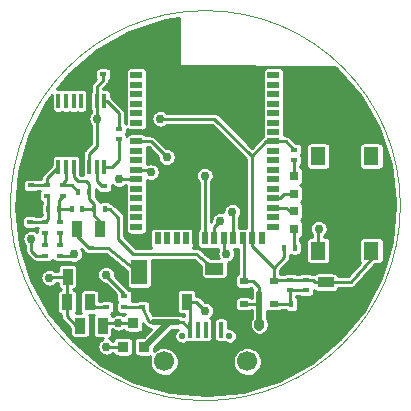
<source format=gtl>
G04 (created by PCBNEW (2013-07-07 BZR 4022)-stable) date 3/22/2015 8:37:17 PM*
%MOIN*%
G04 Gerber Fmt 3.4, Leading zero omitted, Abs format*
%FSLAX34Y34*%
G01*
G70*
G90*
G04 APERTURE LIST*
%ADD10C,0.00590551*%
%ADD11C,0.00393701*%
%ADD12R,0.0590551X0.0393701*%
%ADD13R,0.0118X0.0512*%
%ADD14R,0.051X0.061*%
%ADD15R,0.036X0.036*%
%ADD16R,0.03X0.02*%
%ADD17R,0.035X0.055*%
%ADD18R,0.055X0.035*%
%ADD19R,0.0236X0.0157*%
%ADD20R,0.0157X0.0236*%
%ADD21R,0.0314X0.0314*%
%ADD22R,0.053937X0.0846457*%
%ADD23R,0.0393701X0.023622*%
%ADD24R,0.023622X0.0393701*%
%ADD25R,0.015748X0.0531496*%
%ADD26C,0.0669291*%
%ADD27C,0.0216535*%
%ADD28C,0.03*%
%ADD29C,0.01*%
%ADD30C,0.02*%
%ADD31C,0.032*%
G04 APERTURE END LIST*
G54D10*
G54D11*
X84500Y-52000D02*
G75*
G03X84500Y-52000I-6500J0D01*
G74*
G01*
G54D12*
X78300Y-54100D03*
X78300Y-54800D03*
G54D13*
X73100Y-50705D03*
X73350Y-50705D03*
X73610Y-50705D03*
X73860Y-50705D03*
X74120Y-50705D03*
X74375Y-50705D03*
X74630Y-50705D03*
X74630Y-48505D03*
X74375Y-48505D03*
X74120Y-48505D03*
X73860Y-48505D03*
X73605Y-48505D03*
X73350Y-48505D03*
X73095Y-48505D03*
G54D14*
X81765Y-53499D03*
X81765Y-50351D03*
X83535Y-50351D03*
X83535Y-53499D03*
G54D15*
X75950Y-56700D03*
X75250Y-56700D03*
X75600Y-55900D03*
G54D16*
X79285Y-54525D03*
X79285Y-55275D03*
X80285Y-54525D03*
X79285Y-54900D03*
X80285Y-55275D03*
G54D17*
X77375Y-55200D03*
X76625Y-55200D03*
X73735Y-52770D03*
X74485Y-52770D03*
X74575Y-56000D03*
X73825Y-56000D03*
X73395Y-55215D03*
X74145Y-55215D03*
X73405Y-54370D03*
X74155Y-54370D03*
G54D18*
X82005Y-54555D03*
X82005Y-55305D03*
G54D19*
X73170Y-52553D03*
X73170Y-52907D03*
X72660Y-52553D03*
X72660Y-52907D03*
X80835Y-54468D03*
X80835Y-54822D03*
X73240Y-51323D03*
X73240Y-51677D03*
X72160Y-52193D03*
X72160Y-52547D03*
X75300Y-55023D03*
X75300Y-55377D03*
G54D20*
X80868Y-55290D03*
X81222Y-55290D03*
G54D19*
X72730Y-51323D03*
X72730Y-51677D03*
G54D20*
X80977Y-53400D03*
X80623Y-53400D03*
G54D19*
X80950Y-50487D03*
X80950Y-50133D03*
G54D20*
X73897Y-52120D03*
X73543Y-52120D03*
X74298Y-52119D03*
X74652Y-52119D03*
G54D19*
X75900Y-55377D03*
X75900Y-55023D03*
X81345Y-54468D03*
X81345Y-54822D03*
X74700Y-55377D03*
X74700Y-55023D03*
X74628Y-51344D03*
X74628Y-51698D03*
G54D20*
X73767Y-51539D03*
X74121Y-51539D03*
G54D19*
X74200Y-53401D03*
X74200Y-53755D03*
X72191Y-51329D03*
X72191Y-51683D03*
X72670Y-53667D03*
X72670Y-53313D03*
X73170Y-53667D03*
X73170Y-53313D03*
G54D20*
X73117Y-52120D03*
X72763Y-52120D03*
G54D19*
X74595Y-47622D03*
X74595Y-47268D03*
X75110Y-49432D03*
X75110Y-49786D03*
G54D21*
X80950Y-51015D03*
X80950Y-51605D03*
X80960Y-52775D03*
X80960Y-52185D03*
G54D22*
X75800Y-54200D03*
X77200Y-54200D03*
G54D23*
X75702Y-46398D03*
X75702Y-46712D03*
X75702Y-47027D03*
X75702Y-47342D03*
X75702Y-47657D03*
X75702Y-47972D03*
X75702Y-48287D03*
X75702Y-48602D03*
X75702Y-48917D03*
X75702Y-49232D03*
X75702Y-49547D03*
X75702Y-49862D03*
X75702Y-50177D03*
X75702Y-50492D03*
X75702Y-50807D03*
X75702Y-51122D03*
X75702Y-51437D03*
X75702Y-51752D03*
X75702Y-52067D03*
X75702Y-52382D03*
X75702Y-52697D03*
G54D24*
X76095Y-53090D03*
X76410Y-53090D03*
X76725Y-53090D03*
X77040Y-53090D03*
X77355Y-53090D03*
X77670Y-53090D03*
X77985Y-53090D03*
X78300Y-53090D03*
X78615Y-53090D03*
X78930Y-53090D03*
X79245Y-53090D03*
X79560Y-53090D03*
X79875Y-53090D03*
G54D23*
X80268Y-52697D03*
X80268Y-52382D03*
X80268Y-52067D03*
X80268Y-51752D03*
X80268Y-51437D03*
X80268Y-51122D03*
X80268Y-50807D03*
X80268Y-50492D03*
X80268Y-50177D03*
X80268Y-49862D03*
X80268Y-49547D03*
X80268Y-49232D03*
X80268Y-48917D03*
X80268Y-48602D03*
X80268Y-48287D03*
X80268Y-47972D03*
X80268Y-47657D03*
G54D25*
X77500Y-56142D03*
X77756Y-56142D03*
X78012Y-56142D03*
X78267Y-56142D03*
X78523Y-56142D03*
G54D26*
X76624Y-57195D03*
X79399Y-57195D03*
G54D27*
X77224Y-56348D03*
X78799Y-56348D03*
G54D28*
X74400Y-49100D03*
X76500Y-49100D03*
X78700Y-53600D03*
X78000Y-55500D03*
X76710Y-50380D03*
X74690Y-54300D03*
X74700Y-56700D03*
X78500Y-52500D03*
X81225Y-56150D03*
X83025Y-51585D03*
X83025Y-52290D03*
X83040Y-54945D03*
X82425Y-51585D03*
X74000Y-49600D03*
X73500Y-49600D03*
X74000Y-49200D03*
X76890Y-48540D03*
X76905Y-47925D03*
X77445Y-48570D03*
X76180Y-50890D03*
X73619Y-53613D03*
X72200Y-53100D03*
X75120Y-51110D03*
X79800Y-56000D03*
X72800Y-54400D03*
X75100Y-55900D03*
X78900Y-52200D03*
X77975Y-51000D03*
X81775Y-52775D03*
G54D29*
X74400Y-49100D02*
X74400Y-50000D01*
X74120Y-50280D02*
X74120Y-50705D01*
X74400Y-50000D02*
X74120Y-50280D01*
X79560Y-50339D02*
X79539Y-50339D01*
X74375Y-49075D02*
X74375Y-48505D01*
X74400Y-49100D02*
X74375Y-49075D01*
X78300Y-49100D02*
X76500Y-49100D01*
X79539Y-50339D02*
X78300Y-49100D01*
X80285Y-54065D02*
X80285Y-54525D01*
X79560Y-53090D02*
X79560Y-50339D01*
X80037Y-49862D02*
X80268Y-49862D01*
X79560Y-50339D02*
X80037Y-49862D01*
X80285Y-54065D02*
X80275Y-54065D01*
X79560Y-53350D02*
X79560Y-53090D01*
X80275Y-54065D02*
X79560Y-53350D01*
X80285Y-54065D02*
X80623Y-53727D01*
X80623Y-53727D02*
X80623Y-53400D01*
X80835Y-54468D02*
X80342Y-54468D01*
X80342Y-54468D02*
X80285Y-54525D01*
X80835Y-54468D02*
X81345Y-54468D01*
X82005Y-54555D02*
X81660Y-54555D01*
X81573Y-54468D02*
X81345Y-54468D01*
X81660Y-54555D02*
X81573Y-54468D01*
X83535Y-53499D02*
X83535Y-53778D01*
X82845Y-54555D02*
X82005Y-54555D01*
X83535Y-53778D02*
X82845Y-54555D01*
X80950Y-50133D02*
X80950Y-50130D01*
X80682Y-49862D02*
X80268Y-49862D01*
X80950Y-50130D02*
X80682Y-49862D01*
X74595Y-47622D02*
X74595Y-47821D01*
X74375Y-48041D02*
X74375Y-48505D01*
X74595Y-47821D02*
X74375Y-48041D01*
X77375Y-55200D02*
X77700Y-55200D01*
X78615Y-53515D02*
X78615Y-53090D01*
X78700Y-53600D02*
X78615Y-53515D01*
X77700Y-55200D02*
X78000Y-55500D01*
G54D30*
X76064Y-56615D02*
X76798Y-55881D01*
X76798Y-55881D02*
X76900Y-55881D01*
X76060Y-56615D02*
X76064Y-56615D01*
X76900Y-55881D02*
X76241Y-55881D01*
G54D29*
X77099Y-55881D02*
X77239Y-55881D01*
G54D30*
X76900Y-55881D02*
X77099Y-55881D01*
G54D29*
X77239Y-55881D02*
X77500Y-56142D01*
X76241Y-55881D02*
X76134Y-55881D01*
X76134Y-55881D02*
X75900Y-55377D01*
X75950Y-56700D02*
X75835Y-56640D01*
X75835Y-56640D02*
X76060Y-56615D01*
X75900Y-55377D02*
X75307Y-55370D01*
X75307Y-55370D02*
X75300Y-55377D01*
X77500Y-56142D02*
X77500Y-55450D01*
X77500Y-55450D02*
X77375Y-55200D01*
X75300Y-55023D02*
X75292Y-54932D01*
X76192Y-49862D02*
X75702Y-49862D01*
X76710Y-50380D02*
X76192Y-49862D01*
X74690Y-54330D02*
X74690Y-54300D01*
X75292Y-54932D02*
X74690Y-54330D01*
X75250Y-56700D02*
X74700Y-56700D01*
X78500Y-52500D02*
X78300Y-52699D01*
X78300Y-52699D02*
X78300Y-53090D01*
X82425Y-51585D02*
X83025Y-51585D01*
X82680Y-55305D02*
X82005Y-55305D01*
X82680Y-55305D02*
X83040Y-54945D01*
X83025Y-51585D02*
X83025Y-52290D01*
X74000Y-49200D02*
X74000Y-49600D01*
X73860Y-49960D02*
X73860Y-50705D01*
X73860Y-49960D02*
X73500Y-49600D01*
X74000Y-49600D02*
X73500Y-49600D01*
X76890Y-48540D02*
X77415Y-48540D01*
X76905Y-48525D02*
X76890Y-48540D01*
X75702Y-47342D02*
X76322Y-47342D01*
X76322Y-47342D02*
X76905Y-47925D01*
X76905Y-47925D02*
X76905Y-48525D01*
X77415Y-48540D02*
X77445Y-48570D01*
X80950Y-50487D02*
X80950Y-51015D01*
X80960Y-52775D02*
X80960Y-53383D01*
X80960Y-53383D02*
X80977Y-53400D01*
X72660Y-52553D02*
X72166Y-52553D01*
X72166Y-52553D02*
X72160Y-52547D01*
X72763Y-52120D02*
X72763Y-52450D01*
X72763Y-52450D02*
X72660Y-52553D01*
X72763Y-52120D02*
X72763Y-51710D01*
X72763Y-51710D02*
X72730Y-51677D01*
X72670Y-53313D02*
X72670Y-52917D01*
X72670Y-52917D02*
X72660Y-52907D01*
X73170Y-53313D02*
X73170Y-52907D01*
X72191Y-51329D02*
X72724Y-51329D01*
X72724Y-51329D02*
X72730Y-51323D01*
X72730Y-51323D02*
X72730Y-51075D01*
X72730Y-51075D02*
X73100Y-50705D01*
X75800Y-54200D02*
X75740Y-54200D01*
X74761Y-53401D02*
X74200Y-53401D01*
X75740Y-54200D02*
X74761Y-53401D01*
X74200Y-53401D02*
X74107Y-53401D01*
X73735Y-53029D02*
X73735Y-52770D01*
X74107Y-53401D02*
X73735Y-53029D01*
X73117Y-52120D02*
X73117Y-52500D01*
X73117Y-52500D02*
X73170Y-52553D01*
X73117Y-52120D02*
X73543Y-52120D01*
X73117Y-52120D02*
X73117Y-51800D01*
X73117Y-51800D02*
X73240Y-51677D01*
X75110Y-49432D02*
X75110Y-48909D01*
X74706Y-48505D02*
X74630Y-48505D01*
X75110Y-48909D02*
X74706Y-48505D01*
X74887Y-50705D02*
X74630Y-50705D01*
X75110Y-50482D02*
X74887Y-50705D01*
X75110Y-49786D02*
X75110Y-50482D01*
X74375Y-51173D02*
X74375Y-50705D01*
X74546Y-51344D02*
X74375Y-51173D01*
X74628Y-51344D02*
X74546Y-51344D01*
X78300Y-54100D02*
X77860Y-53760D01*
X74819Y-52119D02*
X74652Y-52119D01*
X75100Y-52400D02*
X74819Y-52119D01*
X75100Y-53100D02*
X75100Y-52400D01*
X75600Y-53600D02*
X75100Y-53100D01*
X77700Y-53600D02*
X75600Y-53600D01*
X77860Y-53760D02*
X77700Y-53600D01*
X73767Y-51539D02*
X73767Y-51532D01*
X73558Y-51323D02*
X73240Y-51323D01*
X73767Y-51532D02*
X73558Y-51323D01*
X73240Y-51323D02*
X73240Y-51240D01*
X73350Y-51130D02*
X73350Y-50705D01*
X73240Y-51240D02*
X73350Y-51130D01*
X80950Y-51605D02*
X80635Y-51605D01*
X80487Y-51752D02*
X80268Y-51752D01*
X80635Y-51605D02*
X80487Y-51752D01*
X74121Y-51539D02*
X74121Y-51279D01*
X73610Y-51051D02*
X73610Y-50705D01*
X73749Y-51190D02*
X73610Y-51051D01*
X74032Y-51190D02*
X73749Y-51190D01*
X74121Y-51279D02*
X74032Y-51190D01*
X74121Y-51539D02*
X74121Y-51769D01*
X74298Y-51946D02*
X74298Y-52119D01*
X74121Y-51769D02*
X74298Y-51946D01*
X74298Y-52119D02*
X73898Y-52119D01*
X73898Y-52119D02*
X73897Y-52120D01*
X74485Y-52770D02*
X74485Y-52519D01*
X74298Y-52332D02*
X74298Y-52119D01*
X74485Y-52519D02*
X74298Y-52332D01*
X74700Y-55377D02*
X74307Y-55377D01*
X74307Y-55377D02*
X74145Y-55215D01*
X80868Y-55290D02*
X80300Y-55290D01*
X80300Y-55290D02*
X80285Y-55275D01*
X80835Y-54822D02*
X80835Y-55257D01*
X80835Y-55257D02*
X80868Y-55290D01*
X81345Y-54822D02*
X80835Y-54822D01*
X80960Y-52185D02*
X80815Y-52185D01*
X80697Y-52067D02*
X80268Y-52067D01*
X80815Y-52185D02*
X80697Y-52067D01*
X73170Y-53667D02*
X73565Y-53667D01*
X76097Y-50807D02*
X75702Y-50807D01*
X76180Y-50890D02*
X76097Y-50807D01*
X73565Y-53667D02*
X73619Y-53613D01*
X72670Y-53667D02*
X72367Y-53667D01*
X72200Y-53500D02*
X72200Y-53100D01*
X72367Y-53667D02*
X72200Y-53500D01*
X75702Y-51122D02*
X75132Y-51122D01*
X75120Y-51110D02*
X75132Y-51122D01*
G54D31*
X79800Y-56000D02*
X79800Y-55925D01*
G54D30*
X79800Y-55600D02*
X79800Y-55275D01*
X79800Y-55925D02*
X79800Y-55600D01*
X79825Y-55950D02*
X79800Y-55925D01*
G54D29*
X72800Y-54400D02*
X72830Y-54370D01*
X73405Y-54370D02*
X72830Y-54370D01*
X79600Y-55275D02*
X79800Y-55275D01*
X79800Y-55275D02*
X79800Y-55300D01*
G54D30*
X79800Y-54900D02*
X79790Y-54900D01*
X79800Y-55300D02*
X79800Y-54900D01*
G54D29*
X73825Y-56000D02*
X73700Y-56000D01*
X73395Y-55695D02*
X73395Y-55215D01*
X73700Y-56000D02*
X73395Y-55695D01*
X73405Y-54370D02*
X73397Y-54362D01*
X79285Y-55275D02*
X79600Y-55275D01*
X79600Y-55275D02*
X79625Y-55275D01*
X79790Y-55110D02*
X79790Y-54900D01*
X79790Y-54900D02*
X79790Y-54720D01*
X79595Y-54525D02*
X79285Y-54525D01*
X79790Y-54720D02*
X79595Y-54525D01*
X79285Y-54525D02*
X79285Y-53130D01*
X79285Y-53130D02*
X79245Y-53090D01*
X73395Y-55215D02*
X73395Y-54380D01*
X73395Y-54380D02*
X73405Y-54370D01*
X75100Y-55900D02*
X74675Y-55900D01*
X74675Y-55900D02*
X74575Y-56000D01*
X78930Y-53090D02*
X78930Y-52230D01*
X78900Y-52200D02*
X78930Y-52230D01*
X75600Y-55900D02*
X75100Y-55900D01*
X81765Y-53499D02*
X81765Y-52785D01*
X77985Y-51010D02*
X77985Y-53090D01*
X77975Y-51000D02*
X77985Y-51010D01*
X81765Y-52785D02*
X81775Y-52775D01*
G54D10*
G36*
X84330Y-51992D02*
X84208Y-53229D01*
X83940Y-54119D01*
X83940Y-53790D01*
X83940Y-50642D01*
X83940Y-50031D01*
X83934Y-50002D01*
X83923Y-49975D01*
X83906Y-49950D01*
X83886Y-49929D01*
X83861Y-49913D01*
X83834Y-49902D01*
X83805Y-49896D01*
X83776Y-49895D01*
X83265Y-49895D01*
X83236Y-49901D01*
X83209Y-49912D01*
X83184Y-49929D01*
X83163Y-49949D01*
X83147Y-49974D01*
X83136Y-50001D01*
X83130Y-50030D01*
X83129Y-50059D01*
X83129Y-50670D01*
X83135Y-50699D01*
X83146Y-50726D01*
X83163Y-50751D01*
X83183Y-50772D01*
X83208Y-50788D01*
X83235Y-50799D01*
X83264Y-50805D01*
X83293Y-50806D01*
X83804Y-50806D01*
X83833Y-50800D01*
X83860Y-50789D01*
X83885Y-50772D01*
X83906Y-50752D01*
X83922Y-50727D01*
X83933Y-50700D01*
X83939Y-50671D01*
X83940Y-50642D01*
X83940Y-53790D01*
X83940Y-53179D01*
X83934Y-53150D01*
X83923Y-53123D01*
X83906Y-53098D01*
X83886Y-53077D01*
X83861Y-53061D01*
X83834Y-53050D01*
X83805Y-53044D01*
X83776Y-53043D01*
X83265Y-53043D01*
X83236Y-53049D01*
X83209Y-53060D01*
X83184Y-53077D01*
X83163Y-53097D01*
X83147Y-53122D01*
X83136Y-53149D01*
X83130Y-53178D01*
X83129Y-53207D01*
X83129Y-53818D01*
X83135Y-53847D01*
X83146Y-53874D01*
X83161Y-53897D01*
X82755Y-54355D01*
X82427Y-54355D01*
X82424Y-54336D01*
X82413Y-54309D01*
X82396Y-54284D01*
X82376Y-54263D01*
X82351Y-54247D01*
X82324Y-54236D01*
X82295Y-54230D01*
X82266Y-54229D01*
X82170Y-54229D01*
X82170Y-53790D01*
X82170Y-50642D01*
X82170Y-50031D01*
X82164Y-50002D01*
X82153Y-49975D01*
X82136Y-49950D01*
X82116Y-49929D01*
X82091Y-49913D01*
X82064Y-49902D01*
X82035Y-49896D01*
X82006Y-49895D01*
X81495Y-49895D01*
X81466Y-49901D01*
X81439Y-49912D01*
X81414Y-49929D01*
X81393Y-49949D01*
X81377Y-49974D01*
X81366Y-50001D01*
X81360Y-50030D01*
X81359Y-50059D01*
X81359Y-50670D01*
X81365Y-50699D01*
X81376Y-50726D01*
X81393Y-50751D01*
X81413Y-50772D01*
X81438Y-50788D01*
X81465Y-50799D01*
X81494Y-50805D01*
X81523Y-50806D01*
X82034Y-50806D01*
X82063Y-50800D01*
X82090Y-50789D01*
X82115Y-50772D01*
X82136Y-50752D01*
X82152Y-50727D01*
X82163Y-50700D01*
X82169Y-50671D01*
X82170Y-50642D01*
X82170Y-53790D01*
X82170Y-53179D01*
X82164Y-53150D01*
X82153Y-53123D01*
X82136Y-53098D01*
X82116Y-53077D01*
X82091Y-53061D01*
X82064Y-53050D01*
X82035Y-53044D01*
X82006Y-53043D01*
X81965Y-53043D01*
X81965Y-53008D01*
X82003Y-52971D01*
X82037Y-52923D01*
X82061Y-52870D01*
X82074Y-52812D01*
X82075Y-52745D01*
X82063Y-52687D01*
X82041Y-52633D01*
X82008Y-52584D01*
X81967Y-52542D01*
X81918Y-52509D01*
X81864Y-52487D01*
X81806Y-52475D01*
X81747Y-52474D01*
X81689Y-52485D01*
X81635Y-52507D01*
X81586Y-52540D01*
X81544Y-52581D01*
X81510Y-52629D01*
X81487Y-52683D01*
X81475Y-52741D01*
X81474Y-52800D01*
X81485Y-52858D01*
X81506Y-52912D01*
X81538Y-52962D01*
X81565Y-52989D01*
X81565Y-53043D01*
X81495Y-53043D01*
X81466Y-53049D01*
X81439Y-53060D01*
X81414Y-53077D01*
X81393Y-53097D01*
X81377Y-53122D01*
X81366Y-53149D01*
X81360Y-53178D01*
X81359Y-53207D01*
X81359Y-53818D01*
X81365Y-53847D01*
X81376Y-53874D01*
X81393Y-53899D01*
X81413Y-53920D01*
X81438Y-53936D01*
X81465Y-53947D01*
X81494Y-53953D01*
X81523Y-53954D01*
X82034Y-53954D01*
X82063Y-53948D01*
X82090Y-53937D01*
X82115Y-53920D01*
X82136Y-53900D01*
X82152Y-53875D01*
X82163Y-53848D01*
X82169Y-53819D01*
X82170Y-53790D01*
X82170Y-54229D01*
X81715Y-54229D01*
X81686Y-54235D01*
X81659Y-54246D01*
X81634Y-54263D01*
X81622Y-54274D01*
X81614Y-54272D01*
X81613Y-54272D01*
X81612Y-54271D01*
X81594Y-54270D01*
X81575Y-54268D01*
X81573Y-54268D01*
X81573Y-54268D01*
X81573Y-54268D01*
X81573Y-54268D01*
X81551Y-54268D01*
X81534Y-54256D01*
X81507Y-54245D01*
X81478Y-54239D01*
X81449Y-54239D01*
X81212Y-54239D01*
X81183Y-54245D01*
X81156Y-54256D01*
X81138Y-54268D01*
X81041Y-54268D01*
X81024Y-54256D01*
X80997Y-54245D01*
X80968Y-54239D01*
X80939Y-54239D01*
X80702Y-54239D01*
X80673Y-54245D01*
X80646Y-54256D01*
X80628Y-54268D01*
X80485Y-54268D01*
X80485Y-54147D01*
X80764Y-53868D01*
X80776Y-53854D01*
X80788Y-53839D01*
X80788Y-53839D01*
X80789Y-53838D01*
X80797Y-53822D01*
X80806Y-53805D01*
X80807Y-53804D01*
X80807Y-53803D01*
X80813Y-53786D01*
X80818Y-53768D01*
X80818Y-53767D01*
X80819Y-53766D01*
X80820Y-53748D01*
X80822Y-53729D01*
X80822Y-53727D01*
X80822Y-53727D01*
X80822Y-53727D01*
X80823Y-53727D01*
X80823Y-53648D01*
X80826Y-53650D01*
X80853Y-53661D01*
X80882Y-53667D01*
X80912Y-53668D01*
X81070Y-53668D01*
X81099Y-53662D01*
X81126Y-53651D01*
X81150Y-53634D01*
X81171Y-53614D01*
X81188Y-53589D01*
X81199Y-53562D01*
X81205Y-53533D01*
X81205Y-53504D01*
X81205Y-53267D01*
X81199Y-53238D01*
X81188Y-53211D01*
X81172Y-53186D01*
X81160Y-53174D01*
X81160Y-53076D01*
X81160Y-53076D01*
X81187Y-53065D01*
X81212Y-53048D01*
X81233Y-53028D01*
X81249Y-53003D01*
X81260Y-52976D01*
X81266Y-52947D01*
X81267Y-52918D01*
X81267Y-52603D01*
X81261Y-52574D01*
X81250Y-52547D01*
X81233Y-52522D01*
X81213Y-52501D01*
X81188Y-52485D01*
X81175Y-52480D01*
X81187Y-52475D01*
X81212Y-52458D01*
X81233Y-52438D01*
X81249Y-52413D01*
X81260Y-52386D01*
X81266Y-52357D01*
X81267Y-52328D01*
X81267Y-52013D01*
X81261Y-51984D01*
X81250Y-51957D01*
X81233Y-51932D01*
X81213Y-51911D01*
X81188Y-51895D01*
X81181Y-51892D01*
X81202Y-51878D01*
X81223Y-51858D01*
X81239Y-51833D01*
X81250Y-51806D01*
X81256Y-51777D01*
X81257Y-51748D01*
X81257Y-51433D01*
X81251Y-51404D01*
X81240Y-51377D01*
X81223Y-51352D01*
X81203Y-51331D01*
X81178Y-51315D01*
X81165Y-51310D01*
X81177Y-51305D01*
X81202Y-51288D01*
X81223Y-51268D01*
X81239Y-51243D01*
X81250Y-51216D01*
X81256Y-51187D01*
X81257Y-51158D01*
X81257Y-50843D01*
X81251Y-50814D01*
X81240Y-50787D01*
X81223Y-50762D01*
X81203Y-50741D01*
X81178Y-50725D01*
X81151Y-50714D01*
X81150Y-50713D01*
X81150Y-50691D01*
X81163Y-50682D01*
X81184Y-50661D01*
X81200Y-50637D01*
X81211Y-50610D01*
X81217Y-50581D01*
X81218Y-50551D01*
X81218Y-50393D01*
X81212Y-50364D01*
X81201Y-50337D01*
X81184Y-50313D01*
X81181Y-50310D01*
X81184Y-50307D01*
X81200Y-50283D01*
X81211Y-50256D01*
X81217Y-50227D01*
X81218Y-50197D01*
X81218Y-50039D01*
X81212Y-50010D01*
X81201Y-49983D01*
X81184Y-49959D01*
X81164Y-49938D01*
X81139Y-49921D01*
X81112Y-49910D01*
X81083Y-49904D01*
X81054Y-49904D01*
X81007Y-49904D01*
X80823Y-49721D01*
X80809Y-49709D01*
X80795Y-49697D01*
X80794Y-49697D01*
X80793Y-49696D01*
X80777Y-49687D01*
X80761Y-49678D01*
X80760Y-49678D01*
X80759Y-49677D01*
X80741Y-49672D01*
X80724Y-49666D01*
X80723Y-49666D01*
X80722Y-49666D01*
X80703Y-49664D01*
X80685Y-49662D01*
X80683Y-49662D01*
X80683Y-49662D01*
X80683Y-49662D01*
X80682Y-49662D01*
X80615Y-49662D01*
X80615Y-49652D01*
X80615Y-49414D01*
X80610Y-49389D01*
X80615Y-49366D01*
X80615Y-49337D01*
X80615Y-49099D01*
X80610Y-49074D01*
X80615Y-49051D01*
X80615Y-49022D01*
X80615Y-48784D01*
X80610Y-48760D01*
X80615Y-48736D01*
X80615Y-48707D01*
X80615Y-48469D01*
X80610Y-48445D01*
X80615Y-48421D01*
X80615Y-48392D01*
X80615Y-48154D01*
X80610Y-48130D01*
X80615Y-48106D01*
X80615Y-48077D01*
X80615Y-47839D01*
X80610Y-47815D01*
X80615Y-47791D01*
X80615Y-47762D01*
X80615Y-47525D01*
X80610Y-47496D01*
X80598Y-47468D01*
X80582Y-47444D01*
X80561Y-47423D01*
X80537Y-47407D01*
X80510Y-47395D01*
X80481Y-47389D01*
X80452Y-47389D01*
X80057Y-47389D01*
X80028Y-47395D01*
X80001Y-47406D01*
X79976Y-47422D01*
X79955Y-47443D01*
X79939Y-47468D01*
X79928Y-47495D01*
X79922Y-47523D01*
X79921Y-47553D01*
X79922Y-47790D01*
X79926Y-47815D01*
X79922Y-47838D01*
X79921Y-47868D01*
X79922Y-48105D01*
X79926Y-48130D01*
X79922Y-48153D01*
X79921Y-48183D01*
X79922Y-48420D01*
X79926Y-48445D01*
X79922Y-48468D01*
X79921Y-48498D01*
X79922Y-48735D01*
X79926Y-48760D01*
X79922Y-48783D01*
X79921Y-48813D01*
X79922Y-49050D01*
X79926Y-49075D01*
X79922Y-49098D01*
X79921Y-49128D01*
X79922Y-49365D01*
X79926Y-49390D01*
X79922Y-49413D01*
X79921Y-49443D01*
X79922Y-49680D01*
X79925Y-49697D01*
X79912Y-49707D01*
X79898Y-49719D01*
X79896Y-49720D01*
X79896Y-49720D01*
X79896Y-49720D01*
X79896Y-49721D01*
X79550Y-50067D01*
X78441Y-48958D01*
X78427Y-48946D01*
X78412Y-48934D01*
X78412Y-48934D01*
X78411Y-48933D01*
X78394Y-48925D01*
X78378Y-48916D01*
X78377Y-48915D01*
X78376Y-48915D01*
X78359Y-48909D01*
X78341Y-48904D01*
X78340Y-48904D01*
X78339Y-48903D01*
X78321Y-48902D01*
X78302Y-48900D01*
X78300Y-48900D01*
X78300Y-48900D01*
X78300Y-48900D01*
X78300Y-48900D01*
X76724Y-48900D01*
X76692Y-48867D01*
X76643Y-48834D01*
X76589Y-48812D01*
X76531Y-48800D01*
X76472Y-48799D01*
X76414Y-48810D01*
X76360Y-48832D01*
X76311Y-48865D01*
X76269Y-48906D01*
X76235Y-48954D01*
X76212Y-49008D01*
X76200Y-49066D01*
X76199Y-49125D01*
X76210Y-49183D01*
X76231Y-49237D01*
X76263Y-49287D01*
X76304Y-49329D01*
X76352Y-49363D01*
X76406Y-49386D01*
X76464Y-49399D01*
X76523Y-49400D01*
X76581Y-49390D01*
X76635Y-49369D01*
X76685Y-49337D01*
X76725Y-49300D01*
X78217Y-49300D01*
X79360Y-50443D01*
X79360Y-52744D01*
X79349Y-52743D01*
X79130Y-52744D01*
X79130Y-52393D01*
X79162Y-52348D01*
X79186Y-52295D01*
X79199Y-52237D01*
X79200Y-52170D01*
X79188Y-52112D01*
X79166Y-52058D01*
X79133Y-52009D01*
X79092Y-51967D01*
X79043Y-51934D01*
X78989Y-51912D01*
X78931Y-51900D01*
X78872Y-51899D01*
X78814Y-51910D01*
X78760Y-51932D01*
X78711Y-51965D01*
X78669Y-52006D01*
X78635Y-52054D01*
X78612Y-52108D01*
X78600Y-52166D01*
X78599Y-52216D01*
X78589Y-52212D01*
X78531Y-52200D01*
X78472Y-52199D01*
X78414Y-52210D01*
X78360Y-52232D01*
X78311Y-52265D01*
X78269Y-52306D01*
X78235Y-52354D01*
X78212Y-52408D01*
X78200Y-52466D01*
X78199Y-52517D01*
X78185Y-52531D01*
X78185Y-51213D01*
X78203Y-51196D01*
X78237Y-51148D01*
X78261Y-51095D01*
X78274Y-51037D01*
X78275Y-50970D01*
X78263Y-50912D01*
X78241Y-50858D01*
X78208Y-50809D01*
X78167Y-50767D01*
X78118Y-50734D01*
X78064Y-50712D01*
X78006Y-50700D01*
X77947Y-50699D01*
X77889Y-50710D01*
X77835Y-50732D01*
X77786Y-50765D01*
X77744Y-50806D01*
X77710Y-50854D01*
X77687Y-50908D01*
X77675Y-50966D01*
X77674Y-51025D01*
X77685Y-51083D01*
X77706Y-51137D01*
X77738Y-51187D01*
X77779Y-51229D01*
X77785Y-51233D01*
X77785Y-52768D01*
X77772Y-52777D01*
X77751Y-52797D01*
X77734Y-52822D01*
X77723Y-52849D01*
X77717Y-52878D01*
X77717Y-52907D01*
X77717Y-53302D01*
X77723Y-53331D01*
X77734Y-53358D01*
X77750Y-53383D01*
X77771Y-53403D01*
X77795Y-53420D01*
X77822Y-53431D01*
X77851Y-53437D01*
X77881Y-53437D01*
X78118Y-53437D01*
X78143Y-53432D01*
X78166Y-53437D01*
X78195Y-53437D01*
X78415Y-53437D01*
X78415Y-53502D01*
X78412Y-53508D01*
X78400Y-53566D01*
X78399Y-53625D01*
X78410Y-53683D01*
X78431Y-53737D01*
X78441Y-53753D01*
X78178Y-53753D01*
X77992Y-53609D01*
X77841Y-53458D01*
X77827Y-53446D01*
X77812Y-53434D01*
X77812Y-53434D01*
X77811Y-53433D01*
X77794Y-53425D01*
X77778Y-53416D01*
X77777Y-53415D01*
X77776Y-53415D01*
X77759Y-53409D01*
X77741Y-53404D01*
X77740Y-53404D01*
X77739Y-53403D01*
X77721Y-53402D01*
X77702Y-53400D01*
X77700Y-53400D01*
X77700Y-53400D01*
X77700Y-53400D01*
X77700Y-53400D01*
X77573Y-53400D01*
X77589Y-53383D01*
X77606Y-53359D01*
X77617Y-53332D01*
X77623Y-53303D01*
X77623Y-53274D01*
X77623Y-52879D01*
X77617Y-52850D01*
X77606Y-52823D01*
X77590Y-52798D01*
X77569Y-52777D01*
X77545Y-52761D01*
X77518Y-52750D01*
X77489Y-52744D01*
X77459Y-52743D01*
X77222Y-52744D01*
X77197Y-52748D01*
X77174Y-52744D01*
X77145Y-52743D01*
X76907Y-52744D01*
X76882Y-52748D01*
X76859Y-52744D01*
X76830Y-52743D01*
X76592Y-52744D01*
X76567Y-52748D01*
X76544Y-52744D01*
X76515Y-52743D01*
X76277Y-52744D01*
X76248Y-52749D01*
X76221Y-52760D01*
X76197Y-52777D01*
X76176Y-52797D01*
X76159Y-52822D01*
X76148Y-52849D01*
X76142Y-52878D01*
X76142Y-52907D01*
X76142Y-53302D01*
X76148Y-53331D01*
X76159Y-53358D01*
X76175Y-53383D01*
X76192Y-53400D01*
X75682Y-53400D01*
X75300Y-53017D01*
X75300Y-52400D01*
X75298Y-52381D01*
X75296Y-52363D01*
X75296Y-52362D01*
X75296Y-52361D01*
X75290Y-52343D01*
X75285Y-52325D01*
X75285Y-52324D01*
X75284Y-52323D01*
X75276Y-52307D01*
X75267Y-52291D01*
X75267Y-52290D01*
X75266Y-52289D01*
X75254Y-52274D01*
X75243Y-52260D01*
X75241Y-52259D01*
X75241Y-52259D01*
X75241Y-52259D01*
X75241Y-52258D01*
X74960Y-51977D01*
X74946Y-51965D01*
X74931Y-51953D01*
X74931Y-51953D01*
X74930Y-51952D01*
X74913Y-51944D01*
X74897Y-51935D01*
X74896Y-51934D01*
X74895Y-51934D01*
X74878Y-51928D01*
X74860Y-51923D01*
X74859Y-51923D01*
X74858Y-51923D01*
X74847Y-51905D01*
X74826Y-51884D01*
X74802Y-51868D01*
X74775Y-51857D01*
X74746Y-51851D01*
X74716Y-51850D01*
X74558Y-51850D01*
X74529Y-51856D01*
X74502Y-51867D01*
X74485Y-51879D01*
X74483Y-51871D01*
X74483Y-51870D01*
X74482Y-51869D01*
X74474Y-51853D01*
X74465Y-51837D01*
X74465Y-51836D01*
X74464Y-51835D01*
X74452Y-51820D01*
X74441Y-51806D01*
X74439Y-51805D01*
X74439Y-51805D01*
X74439Y-51805D01*
X74439Y-51804D01*
X74341Y-51706D01*
X74343Y-51701D01*
X74349Y-51672D01*
X74349Y-51643D01*
X74349Y-51430D01*
X74360Y-51441D01*
X74365Y-51466D01*
X74376Y-51493D01*
X74393Y-51517D01*
X74413Y-51538D01*
X74438Y-51555D01*
X74465Y-51566D01*
X74494Y-51572D01*
X74523Y-51572D01*
X74760Y-51572D01*
X74789Y-51566D01*
X74816Y-51555D01*
X74841Y-51539D01*
X74862Y-51518D01*
X74878Y-51494D01*
X74889Y-51467D01*
X74895Y-51438D01*
X74896Y-51408D01*
X74896Y-51309D01*
X74924Y-51339D01*
X74972Y-51373D01*
X75026Y-51396D01*
X75084Y-51409D01*
X75143Y-51410D01*
X75201Y-51400D01*
X75255Y-51379D01*
X75305Y-51347D01*
X75331Y-51322D01*
X75355Y-51322D01*
X75355Y-51332D01*
X75355Y-51570D01*
X75360Y-51595D01*
X75355Y-51618D01*
X75355Y-51647D01*
X75355Y-51885D01*
X75360Y-51909D01*
X75355Y-51933D01*
X75355Y-51962D01*
X75355Y-52200D01*
X75360Y-52224D01*
X75355Y-52248D01*
X75355Y-52277D01*
X75355Y-52515D01*
X75360Y-52539D01*
X75355Y-52563D01*
X75355Y-52592D01*
X75355Y-52830D01*
X75360Y-52858D01*
X75372Y-52886D01*
X75388Y-52910D01*
X75409Y-52931D01*
X75433Y-52947D01*
X75460Y-52959D01*
X75489Y-52965D01*
X75518Y-52965D01*
X75913Y-52965D01*
X75942Y-52959D01*
X75969Y-52948D01*
X75994Y-52932D01*
X76014Y-52911D01*
X76031Y-52887D01*
X76042Y-52859D01*
X76048Y-52831D01*
X76048Y-52801D01*
X76048Y-52564D01*
X76043Y-52539D01*
X76048Y-52516D01*
X76048Y-52486D01*
X76048Y-52249D01*
X76043Y-52224D01*
X76048Y-52201D01*
X76048Y-52171D01*
X76048Y-51934D01*
X76043Y-51909D01*
X76048Y-51886D01*
X76048Y-51856D01*
X76048Y-51619D01*
X76043Y-51594D01*
X76048Y-51571D01*
X76048Y-51541D01*
X76048Y-51304D01*
X76043Y-51279D01*
X76048Y-51256D01*
X76048Y-51226D01*
X76048Y-51160D01*
X76086Y-51176D01*
X76144Y-51189D01*
X76203Y-51190D01*
X76261Y-51180D01*
X76315Y-51159D01*
X76365Y-51127D01*
X76408Y-51086D01*
X76442Y-51038D01*
X76466Y-50985D01*
X76479Y-50927D01*
X76480Y-50860D01*
X76468Y-50802D01*
X76446Y-50748D01*
X76413Y-50699D01*
X76372Y-50657D01*
X76323Y-50624D01*
X76269Y-50602D01*
X76211Y-50590D01*
X76152Y-50589D01*
X76094Y-50600D01*
X76078Y-50607D01*
X76048Y-50607D01*
X76048Y-50596D01*
X76048Y-50359D01*
X76043Y-50334D01*
X76048Y-50311D01*
X76048Y-50281D01*
X76048Y-50062D01*
X76109Y-50062D01*
X76410Y-50363D01*
X76409Y-50405D01*
X76420Y-50463D01*
X76441Y-50517D01*
X76473Y-50567D01*
X76514Y-50609D01*
X76562Y-50643D01*
X76616Y-50666D01*
X76674Y-50679D01*
X76733Y-50680D01*
X76791Y-50670D01*
X76845Y-50649D01*
X76895Y-50617D01*
X76938Y-50576D01*
X76972Y-50528D01*
X76996Y-50475D01*
X77009Y-50417D01*
X77010Y-50350D01*
X76998Y-50292D01*
X76976Y-50238D01*
X76943Y-50189D01*
X76902Y-50147D01*
X76853Y-50114D01*
X76799Y-50092D01*
X76741Y-50080D01*
X76692Y-50079D01*
X76333Y-49721D01*
X76319Y-49709D01*
X76305Y-49697D01*
X76304Y-49697D01*
X76303Y-49696D01*
X76287Y-49687D01*
X76271Y-49678D01*
X76270Y-49678D01*
X76269Y-49677D01*
X76251Y-49672D01*
X76234Y-49666D01*
X76233Y-49666D01*
X76232Y-49666D01*
X76213Y-49664D01*
X76195Y-49662D01*
X76193Y-49662D01*
X76193Y-49662D01*
X76193Y-49662D01*
X76192Y-49662D01*
X76024Y-49662D01*
X76015Y-49649D01*
X75994Y-49628D01*
X75970Y-49611D01*
X75943Y-49600D01*
X75914Y-49594D01*
X75885Y-49594D01*
X75490Y-49594D01*
X75461Y-49600D01*
X75434Y-49611D01*
X75409Y-49627D01*
X75389Y-49648D01*
X75373Y-49671D01*
X75372Y-49663D01*
X75361Y-49636D01*
X75344Y-49612D01*
X75341Y-49609D01*
X75344Y-49606D01*
X75360Y-49582D01*
X75371Y-49555D01*
X75377Y-49526D01*
X75378Y-49496D01*
X75378Y-49430D01*
X75388Y-49446D01*
X75409Y-49466D01*
X75433Y-49483D01*
X75460Y-49494D01*
X75489Y-49500D01*
X75518Y-49500D01*
X75913Y-49500D01*
X75942Y-49495D01*
X75969Y-49483D01*
X75994Y-49467D01*
X76014Y-49446D01*
X76031Y-49422D01*
X76042Y-49395D01*
X76048Y-49366D01*
X76048Y-49337D01*
X76048Y-49099D01*
X76043Y-49074D01*
X76048Y-49051D01*
X76048Y-49022D01*
X76048Y-48784D01*
X76043Y-48760D01*
X76048Y-48736D01*
X76048Y-48707D01*
X76048Y-48469D01*
X76043Y-48445D01*
X76048Y-48421D01*
X76048Y-48392D01*
X76048Y-48154D01*
X76043Y-48130D01*
X76048Y-48106D01*
X76048Y-48077D01*
X76048Y-47839D01*
X76043Y-47815D01*
X76048Y-47791D01*
X76048Y-47762D01*
X76048Y-47525D01*
X76043Y-47496D01*
X76031Y-47468D01*
X76015Y-47444D01*
X75994Y-47423D01*
X75970Y-47407D01*
X75943Y-47395D01*
X75914Y-47389D01*
X75885Y-47389D01*
X75490Y-47389D01*
X75461Y-47395D01*
X75434Y-47406D01*
X75409Y-47422D01*
X75389Y-47443D01*
X75372Y-47468D01*
X75361Y-47495D01*
X75355Y-47523D01*
X75355Y-47553D01*
X75355Y-47790D01*
X75360Y-47815D01*
X75355Y-47838D01*
X75355Y-47868D01*
X75355Y-48105D01*
X75360Y-48130D01*
X75355Y-48153D01*
X75355Y-48183D01*
X75355Y-48420D01*
X75360Y-48445D01*
X75355Y-48468D01*
X75355Y-48498D01*
X75355Y-48735D01*
X75360Y-48760D01*
X75355Y-48783D01*
X75355Y-48813D01*
X75355Y-49050D01*
X75360Y-49075D01*
X75355Y-49098D01*
X75355Y-49128D01*
X75355Y-49273D01*
X75344Y-49258D01*
X75324Y-49237D01*
X75310Y-49227D01*
X75310Y-48909D01*
X75308Y-48890D01*
X75306Y-48872D01*
X75306Y-48871D01*
X75306Y-48870D01*
X75300Y-48852D01*
X75295Y-48834D01*
X75295Y-48833D01*
X75294Y-48832D01*
X75286Y-48816D01*
X75277Y-48800D01*
X75277Y-48799D01*
X75276Y-48798D01*
X75264Y-48783D01*
X75253Y-48769D01*
X75251Y-48768D01*
X75251Y-48768D01*
X75251Y-48768D01*
X75251Y-48767D01*
X74847Y-48363D01*
X74839Y-48356D01*
X74839Y-48234D01*
X74833Y-48205D01*
X74822Y-48178D01*
X74805Y-48153D01*
X74785Y-48132D01*
X74760Y-48116D01*
X74733Y-48105D01*
X74704Y-48099D01*
X74675Y-48098D01*
X74599Y-48098D01*
X74736Y-47962D01*
X74748Y-47948D01*
X74760Y-47933D01*
X74760Y-47933D01*
X74761Y-47932D01*
X74769Y-47915D01*
X74778Y-47899D01*
X74779Y-47898D01*
X74779Y-47897D01*
X74785Y-47880D01*
X74790Y-47862D01*
X74790Y-47861D01*
X74791Y-47860D01*
X74792Y-47842D01*
X74794Y-47826D01*
X74808Y-47817D01*
X74829Y-47796D01*
X74845Y-47772D01*
X74856Y-47745D01*
X74862Y-47716D01*
X74863Y-47686D01*
X74863Y-47528D01*
X74857Y-47499D01*
X74846Y-47472D01*
X74829Y-47448D01*
X74809Y-47427D01*
X74784Y-47410D01*
X74757Y-47399D01*
X74728Y-47393D01*
X74699Y-47393D01*
X74462Y-47393D01*
X74433Y-47399D01*
X74406Y-47410D01*
X74381Y-47426D01*
X74360Y-47447D01*
X74344Y-47471D01*
X74333Y-47498D01*
X74327Y-47527D01*
X74326Y-47557D01*
X74326Y-47715D01*
X74332Y-47744D01*
X74343Y-47771D01*
X74351Y-47782D01*
X74233Y-47899D01*
X74221Y-47913D01*
X74209Y-47928D01*
X74209Y-47928D01*
X74208Y-47929D01*
X74200Y-47946D01*
X74191Y-47962D01*
X74190Y-47963D01*
X74190Y-47964D01*
X74184Y-47981D01*
X74179Y-47999D01*
X74179Y-48000D01*
X74178Y-48001D01*
X74177Y-48019D01*
X74175Y-48038D01*
X74175Y-48040D01*
X74175Y-48040D01*
X74175Y-48040D01*
X74175Y-48041D01*
X74175Y-48197D01*
X74172Y-48204D01*
X74166Y-48233D01*
X74165Y-48262D01*
X74165Y-48775D01*
X74171Y-48804D01*
X74175Y-48812D01*
X74175Y-48900D01*
X74169Y-48906D01*
X74135Y-48954D01*
X74112Y-49008D01*
X74100Y-49066D01*
X74099Y-49125D01*
X74110Y-49183D01*
X74131Y-49237D01*
X74163Y-49287D01*
X74200Y-49324D01*
X74200Y-49917D01*
X73978Y-50138D01*
X73966Y-50152D01*
X73954Y-50167D01*
X73954Y-50167D01*
X73953Y-50168D01*
X73945Y-50185D01*
X73936Y-50201D01*
X73935Y-50202D01*
X73935Y-50203D01*
X73929Y-50220D01*
X73924Y-50238D01*
X73924Y-50239D01*
X73923Y-50240D01*
X73922Y-50258D01*
X73920Y-50277D01*
X73920Y-50279D01*
X73920Y-50279D01*
X73920Y-50279D01*
X73920Y-50280D01*
X73920Y-50397D01*
X73917Y-50404D01*
X73911Y-50433D01*
X73910Y-50462D01*
X73910Y-50975D01*
X73913Y-50990D01*
X73831Y-50990D01*
X73818Y-50977D01*
X73818Y-50976D01*
X73819Y-50947D01*
X73819Y-50434D01*
X73813Y-50405D01*
X73802Y-50378D01*
X73785Y-50353D01*
X73765Y-50332D01*
X73740Y-50316D01*
X73713Y-50305D01*
X73684Y-50299D01*
X73655Y-50298D01*
X73536Y-50298D01*
X73507Y-50304D01*
X73480Y-50315D01*
X73479Y-50316D01*
X73453Y-50305D01*
X73424Y-50299D01*
X73395Y-50298D01*
X73276Y-50298D01*
X73247Y-50304D01*
X73224Y-50313D01*
X73203Y-50305D01*
X73174Y-50299D01*
X73145Y-50298D01*
X73026Y-50298D01*
X72997Y-50304D01*
X72970Y-50315D01*
X72945Y-50332D01*
X72924Y-50352D01*
X72908Y-50377D01*
X72897Y-50404D01*
X72891Y-50433D01*
X72890Y-50462D01*
X72890Y-50631D01*
X72588Y-50933D01*
X72576Y-50947D01*
X72564Y-50962D01*
X72564Y-50962D01*
X72563Y-50963D01*
X72555Y-50980D01*
X72546Y-50996D01*
X72545Y-50997D01*
X72545Y-50998D01*
X72539Y-51015D01*
X72534Y-51033D01*
X72534Y-51034D01*
X72533Y-51035D01*
X72532Y-51053D01*
X72530Y-51072D01*
X72530Y-51074D01*
X72530Y-51074D01*
X72530Y-51074D01*
X72530Y-51075D01*
X72530Y-51118D01*
X72516Y-51127D01*
X72515Y-51129D01*
X72397Y-51129D01*
X72380Y-51117D01*
X72353Y-51106D01*
X72324Y-51100D01*
X72295Y-51100D01*
X72058Y-51100D01*
X72029Y-51106D01*
X72002Y-51117D01*
X71977Y-51133D01*
X71956Y-51154D01*
X71940Y-51178D01*
X71929Y-51205D01*
X71923Y-51234D01*
X71922Y-51264D01*
X71922Y-51422D01*
X71928Y-51451D01*
X71939Y-51478D01*
X71956Y-51502D01*
X71976Y-51523D01*
X72001Y-51540D01*
X72028Y-51551D01*
X72057Y-51557D01*
X72086Y-51557D01*
X72323Y-51557D01*
X72352Y-51551D01*
X72379Y-51540D01*
X72397Y-51529D01*
X72478Y-51529D01*
X72468Y-51553D01*
X72462Y-51582D01*
X72461Y-51612D01*
X72461Y-51770D01*
X72467Y-51799D01*
X72478Y-51826D01*
X72495Y-51850D01*
X72515Y-51871D01*
X72540Y-51888D01*
X72563Y-51897D01*
X72563Y-51913D01*
X72551Y-51930D01*
X72540Y-51957D01*
X72534Y-51986D01*
X72534Y-52015D01*
X72534Y-52252D01*
X72540Y-52281D01*
X72551Y-52308D01*
X72561Y-52324D01*
X72527Y-52324D01*
X72498Y-52330D01*
X72471Y-52341D01*
X72453Y-52353D01*
X72374Y-52353D01*
X72374Y-52352D01*
X72349Y-52335D01*
X72322Y-52324D01*
X72293Y-52318D01*
X72264Y-52318D01*
X72027Y-52318D01*
X71998Y-52324D01*
X71971Y-52335D01*
X71946Y-52351D01*
X71925Y-52372D01*
X71909Y-52396D01*
X71898Y-52423D01*
X71892Y-52452D01*
X71891Y-52482D01*
X71891Y-52640D01*
X71897Y-52669D01*
X71908Y-52696D01*
X71925Y-52720D01*
X71945Y-52741D01*
X71970Y-52758D01*
X71997Y-52769D01*
X72026Y-52775D01*
X72055Y-52775D01*
X72292Y-52775D01*
X72321Y-52769D01*
X72348Y-52758D01*
X72357Y-52753D01*
X72411Y-52753D01*
X72409Y-52756D01*
X72398Y-52783D01*
X72392Y-52812D01*
X72391Y-52842D01*
X72391Y-52867D01*
X72343Y-52834D01*
X72289Y-52812D01*
X72231Y-52800D01*
X72172Y-52799D01*
X72114Y-52810D01*
X72060Y-52832D01*
X72011Y-52865D01*
X71969Y-52906D01*
X71935Y-52954D01*
X71912Y-53008D01*
X71900Y-53066D01*
X71899Y-53125D01*
X71910Y-53183D01*
X71931Y-53237D01*
X71963Y-53287D01*
X72000Y-53324D01*
X72000Y-53500D01*
X72001Y-53518D01*
X72003Y-53536D01*
X72003Y-53537D01*
X72003Y-53538D01*
X72009Y-53556D01*
X72014Y-53574D01*
X72014Y-53575D01*
X72015Y-53576D01*
X72023Y-53592D01*
X72032Y-53608D01*
X72032Y-53609D01*
X72033Y-53610D01*
X72045Y-53625D01*
X72056Y-53639D01*
X72058Y-53640D01*
X72058Y-53640D01*
X72058Y-53640D01*
X72058Y-53641D01*
X72225Y-53808D01*
X72239Y-53820D01*
X72254Y-53832D01*
X72254Y-53832D01*
X72255Y-53833D01*
X72272Y-53841D01*
X72288Y-53850D01*
X72289Y-53851D01*
X72290Y-53851D01*
X72307Y-53857D01*
X72325Y-53862D01*
X72326Y-53862D01*
X72327Y-53863D01*
X72345Y-53864D01*
X72364Y-53866D01*
X72366Y-53866D01*
X72366Y-53866D01*
X72366Y-53866D01*
X72367Y-53867D01*
X72463Y-53867D01*
X72480Y-53878D01*
X72507Y-53889D01*
X72536Y-53895D01*
X72565Y-53895D01*
X72802Y-53895D01*
X72831Y-53889D01*
X72858Y-53878D01*
X72883Y-53862D01*
X72904Y-53841D01*
X72920Y-53817D01*
X72935Y-53840D01*
X72955Y-53861D01*
X72980Y-53878D01*
X73007Y-53889D01*
X73036Y-53895D01*
X73065Y-53895D01*
X73302Y-53895D01*
X73331Y-53889D01*
X73358Y-53878D01*
X73376Y-53867D01*
X73458Y-53867D01*
X73471Y-53876D01*
X73525Y-53899D01*
X73583Y-53912D01*
X73642Y-53913D01*
X73700Y-53903D01*
X73754Y-53882D01*
X73804Y-53850D01*
X73847Y-53809D01*
X73881Y-53761D01*
X73905Y-53708D01*
X73918Y-53650D01*
X73919Y-53583D01*
X73907Y-53525D01*
X73885Y-53471D01*
X73866Y-53443D01*
X73935Y-53512D01*
X73937Y-53523D01*
X73948Y-53550D01*
X73965Y-53574D01*
X73985Y-53595D01*
X74010Y-53612D01*
X74037Y-53623D01*
X74066Y-53629D01*
X74095Y-53629D01*
X74332Y-53629D01*
X74361Y-53623D01*
X74388Y-53612D01*
X74406Y-53601D01*
X74689Y-53601D01*
X75380Y-54164D01*
X75380Y-54637D01*
X75386Y-54666D01*
X75397Y-54693D01*
X75413Y-54718D01*
X75434Y-54739D01*
X75458Y-54755D01*
X75485Y-54767D01*
X75514Y-54773D01*
X75543Y-54773D01*
X76084Y-54773D01*
X76113Y-54767D01*
X76140Y-54756D01*
X76164Y-54740D01*
X76185Y-54719D01*
X76202Y-54694D01*
X76213Y-54667D01*
X76219Y-54638D01*
X76219Y-54609D01*
X76219Y-53800D01*
X77617Y-53800D01*
X77718Y-53901D01*
X77727Y-53908D01*
X77735Y-53916D01*
X77737Y-53918D01*
X77854Y-54008D01*
X77854Y-54311D01*
X77860Y-54340D01*
X77871Y-54367D01*
X77887Y-54392D01*
X77908Y-54412D01*
X77933Y-54429D01*
X77960Y-54440D01*
X77988Y-54446D01*
X78018Y-54446D01*
X78609Y-54446D01*
X78638Y-54441D01*
X78666Y-54429D01*
X78690Y-54413D01*
X78711Y-54392D01*
X78727Y-54368D01*
X78739Y-54341D01*
X78745Y-54312D01*
X78745Y-54283D01*
X78745Y-53896D01*
X78781Y-53890D01*
X78835Y-53869D01*
X78885Y-53837D01*
X78928Y-53796D01*
X78962Y-53748D01*
X78986Y-53695D01*
X78999Y-53637D01*
X79000Y-53570D01*
X78988Y-53512D01*
X78966Y-53458D01*
X78952Y-53437D01*
X79063Y-53437D01*
X79085Y-53433D01*
X79085Y-54283D01*
X79064Y-54291D01*
X79039Y-54308D01*
X79018Y-54328D01*
X79002Y-54353D01*
X78991Y-54380D01*
X78985Y-54409D01*
X78984Y-54438D01*
X78984Y-54639D01*
X78990Y-54668D01*
X79001Y-54695D01*
X79018Y-54720D01*
X79038Y-54741D01*
X79063Y-54757D01*
X79090Y-54768D01*
X79119Y-54774D01*
X79148Y-54775D01*
X79449Y-54775D01*
X79478Y-54769D01*
X79505Y-54758D01*
X79529Y-54742D01*
X79570Y-54783D01*
X79559Y-54803D01*
X79545Y-54849D01*
X79540Y-54898D01*
X79544Y-54946D01*
X79550Y-54965D01*
X79550Y-55075D01*
X79547Y-55075D01*
X79531Y-55058D01*
X79506Y-55042D01*
X79479Y-55031D01*
X79450Y-55025D01*
X79421Y-55024D01*
X79120Y-55024D01*
X79091Y-55030D01*
X79064Y-55041D01*
X79039Y-55058D01*
X79018Y-55078D01*
X79002Y-55103D01*
X78991Y-55130D01*
X78985Y-55159D01*
X78984Y-55188D01*
X78984Y-55389D01*
X78990Y-55418D01*
X79001Y-55445D01*
X79018Y-55470D01*
X79038Y-55491D01*
X79063Y-55507D01*
X79090Y-55518D01*
X79119Y-55524D01*
X79148Y-55525D01*
X79449Y-55525D01*
X79478Y-55519D01*
X79505Y-55508D01*
X79530Y-55491D01*
X79547Y-55475D01*
X79550Y-55475D01*
X79550Y-55600D01*
X79550Y-55742D01*
X79544Y-55749D01*
X79515Y-55802D01*
X79496Y-55860D01*
X79490Y-55920D01*
X79490Y-55925D01*
X79490Y-56000D01*
X79495Y-56060D01*
X79513Y-56118D01*
X79541Y-56171D01*
X79580Y-56218D01*
X79626Y-56257D01*
X79679Y-56285D01*
X79737Y-56303D01*
X79797Y-56309D01*
X79858Y-56304D01*
X79916Y-56287D01*
X79969Y-56259D01*
X80016Y-56221D01*
X80055Y-56175D01*
X80084Y-56122D01*
X80103Y-56064D01*
X80109Y-56004D01*
X80110Y-56000D01*
X80110Y-55925D01*
X80104Y-55864D01*
X80086Y-55806D01*
X80058Y-55753D01*
X80050Y-55743D01*
X80050Y-55600D01*
X80050Y-55498D01*
X80063Y-55507D01*
X80090Y-55518D01*
X80119Y-55524D01*
X80148Y-55525D01*
X80449Y-55525D01*
X80478Y-55519D01*
X80505Y-55508D01*
X80530Y-55491D01*
X80532Y-55490D01*
X80663Y-55490D01*
X80672Y-55503D01*
X80693Y-55524D01*
X80717Y-55540D01*
X80744Y-55551D01*
X80773Y-55557D01*
X80803Y-55558D01*
X80961Y-55558D01*
X80990Y-55552D01*
X81017Y-55541D01*
X81041Y-55524D01*
X81062Y-55504D01*
X81079Y-55479D01*
X81090Y-55452D01*
X81096Y-55423D01*
X81096Y-55394D01*
X81096Y-55157D01*
X81090Y-55128D01*
X81079Y-55101D01*
X81063Y-55076D01*
X81042Y-55055D01*
X81035Y-55050D01*
X81035Y-55026D01*
X81041Y-55022D01*
X81138Y-55022D01*
X81155Y-55033D01*
X81182Y-55044D01*
X81211Y-55050D01*
X81240Y-55050D01*
X81477Y-55050D01*
X81506Y-55044D01*
X81533Y-55033D01*
X81558Y-55017D01*
X81579Y-54996D01*
X81595Y-54972D01*
X81606Y-54945D01*
X81612Y-54916D01*
X81613Y-54886D01*
X81613Y-54825D01*
X81613Y-54825D01*
X81633Y-54846D01*
X81658Y-54862D01*
X81685Y-54873D01*
X81714Y-54879D01*
X81743Y-54880D01*
X82294Y-54880D01*
X82323Y-54874D01*
X82350Y-54863D01*
X82375Y-54846D01*
X82396Y-54826D01*
X82412Y-54801D01*
X82423Y-54774D01*
X82428Y-54755D01*
X82845Y-54755D01*
X82849Y-54754D01*
X82854Y-54754D01*
X82869Y-54752D01*
X82883Y-54751D01*
X82888Y-54749D01*
X82893Y-54749D01*
X82907Y-54744D01*
X82921Y-54739D01*
X82925Y-54737D01*
X82930Y-54735D01*
X82942Y-54728D01*
X82955Y-54721D01*
X82959Y-54718D01*
X82963Y-54715D01*
X82974Y-54706D01*
X82985Y-54696D01*
X82989Y-54693D01*
X82992Y-54689D01*
X82994Y-54687D01*
X83646Y-53954D01*
X83804Y-53954D01*
X83833Y-53948D01*
X83860Y-53937D01*
X83885Y-53920D01*
X83906Y-53900D01*
X83922Y-53875D01*
X83933Y-53848D01*
X83939Y-53819D01*
X83940Y-53790D01*
X83940Y-54119D01*
X83851Y-54411D01*
X83271Y-55502D01*
X82491Y-56459D01*
X81539Y-57247D01*
X80452Y-57834D01*
X79884Y-58010D01*
X79884Y-57147D01*
X79866Y-57054D01*
X79829Y-56966D01*
X79777Y-56887D01*
X79710Y-56820D01*
X79631Y-56766D01*
X79543Y-56730D01*
X79450Y-56711D01*
X79355Y-56710D01*
X79262Y-56728D01*
X79174Y-56763D01*
X79094Y-56815D01*
X79057Y-56852D01*
X79057Y-56323D01*
X79047Y-56273D01*
X79028Y-56227D01*
X79000Y-56184D01*
X78964Y-56148D01*
X78922Y-56120D01*
X78875Y-56100D01*
X78826Y-56090D01*
X78775Y-56090D01*
X78752Y-56094D01*
X78752Y-55861D01*
X78746Y-55832D01*
X78735Y-55805D01*
X78719Y-55781D01*
X78698Y-55760D01*
X78674Y-55743D01*
X78647Y-55732D01*
X78618Y-55726D01*
X78588Y-55726D01*
X78430Y-55726D01*
X78401Y-55732D01*
X78374Y-55743D01*
X78349Y-55759D01*
X78328Y-55780D01*
X78312Y-55804D01*
X78301Y-55831D01*
X78300Y-55837D01*
X78300Y-55470D01*
X78288Y-55412D01*
X78266Y-55358D01*
X78233Y-55309D01*
X78192Y-55267D01*
X78143Y-55234D01*
X78089Y-55212D01*
X78031Y-55200D01*
X77982Y-55199D01*
X77841Y-55058D01*
X77827Y-55046D01*
X77812Y-55034D01*
X77812Y-55034D01*
X77811Y-55033D01*
X77794Y-55025D01*
X77778Y-55016D01*
X77777Y-55015D01*
X77776Y-55015D01*
X77759Y-55009D01*
X77741Y-55004D01*
X77740Y-55004D01*
X77739Y-55003D01*
X77721Y-55002D01*
X77702Y-55000D01*
X77700Y-55000D01*
X77700Y-55000D01*
X77700Y-55000D01*
X77700Y-55000D01*
X77700Y-54910D01*
X77694Y-54881D01*
X77683Y-54854D01*
X77666Y-54829D01*
X77646Y-54808D01*
X77621Y-54792D01*
X77594Y-54781D01*
X77565Y-54775D01*
X77536Y-54774D01*
X77185Y-54774D01*
X77156Y-54780D01*
X77129Y-54791D01*
X77104Y-54808D01*
X77083Y-54828D01*
X77067Y-54853D01*
X77056Y-54880D01*
X77050Y-54909D01*
X77049Y-54938D01*
X77049Y-55489D01*
X77055Y-55518D01*
X77066Y-55545D01*
X77083Y-55570D01*
X77103Y-55591D01*
X77128Y-55607D01*
X77155Y-55618D01*
X77184Y-55624D01*
X77213Y-55625D01*
X77300Y-55625D01*
X77300Y-55691D01*
X77298Y-55690D01*
X77280Y-55685D01*
X77279Y-55685D01*
X77278Y-55684D01*
X77260Y-55683D01*
X77248Y-55681D01*
X77240Y-55674D01*
X77197Y-55651D01*
X77150Y-55636D01*
X77102Y-55631D01*
X77099Y-55631D01*
X76900Y-55631D01*
X76798Y-55631D01*
X76241Y-55631D01*
X76238Y-55631D01*
X76166Y-55476D01*
X76167Y-55471D01*
X76168Y-55441D01*
X76168Y-55283D01*
X76162Y-55254D01*
X76151Y-55227D01*
X76134Y-55203D01*
X76114Y-55182D01*
X76089Y-55165D01*
X76062Y-55154D01*
X76033Y-55148D01*
X76004Y-55148D01*
X75767Y-55148D01*
X75738Y-55154D01*
X75711Y-55165D01*
X75697Y-55174D01*
X75550Y-55172D01*
X75561Y-55146D01*
X75567Y-55117D01*
X75568Y-55087D01*
X75568Y-54929D01*
X75562Y-54900D01*
X75551Y-54873D01*
X75534Y-54849D01*
X75514Y-54828D01*
X75489Y-54811D01*
X75462Y-54800D01*
X75437Y-54795D01*
X75435Y-54792D01*
X75433Y-54790D01*
X74987Y-54344D01*
X74989Y-54337D01*
X74990Y-54270D01*
X74978Y-54212D01*
X74956Y-54158D01*
X74923Y-54109D01*
X74882Y-54067D01*
X74833Y-54034D01*
X74779Y-54012D01*
X74721Y-54000D01*
X74662Y-53999D01*
X74604Y-54010D01*
X74550Y-54032D01*
X74501Y-54065D01*
X74459Y-54106D01*
X74425Y-54154D01*
X74402Y-54208D01*
X74390Y-54266D01*
X74389Y-54325D01*
X74400Y-54383D01*
X74421Y-54437D01*
X74453Y-54487D01*
X74494Y-54529D01*
X74542Y-54563D01*
X74596Y-54586D01*
X74654Y-54599D01*
X74676Y-54599D01*
X75031Y-54954D01*
X75031Y-54958D01*
X75031Y-55116D01*
X75037Y-55145D01*
X75048Y-55172D01*
X75065Y-55196D01*
X75068Y-55199D01*
X75065Y-55202D01*
X75049Y-55226D01*
X75038Y-55253D01*
X75032Y-55282D01*
X75031Y-55312D01*
X75031Y-55470D01*
X75037Y-55499D01*
X75048Y-55526D01*
X75065Y-55550D01*
X75085Y-55571D01*
X75110Y-55588D01*
X75137Y-55599D01*
X75166Y-55605D01*
X75195Y-55605D01*
X75322Y-55605D01*
X75303Y-55623D01*
X75287Y-55648D01*
X75282Y-55660D01*
X75243Y-55634D01*
X75189Y-55612D01*
X75131Y-55600D01*
X75072Y-55599D01*
X75014Y-55610D01*
X74960Y-55632D01*
X74911Y-55665D01*
X74894Y-55681D01*
X74894Y-55681D01*
X74883Y-55654D01*
X74866Y-55629D01*
X74846Y-55608D01*
X74839Y-55604D01*
X74861Y-55599D01*
X74888Y-55588D01*
X74913Y-55572D01*
X74934Y-55551D01*
X74950Y-55527D01*
X74961Y-55500D01*
X74967Y-55471D01*
X74968Y-55441D01*
X74968Y-55283D01*
X74962Y-55254D01*
X74951Y-55227D01*
X74934Y-55203D01*
X74914Y-55182D01*
X74889Y-55165D01*
X74862Y-55154D01*
X74833Y-55148D01*
X74804Y-55148D01*
X74567Y-55148D01*
X74538Y-55154D01*
X74511Y-55165D01*
X74493Y-55177D01*
X74470Y-55177D01*
X74470Y-54925D01*
X74464Y-54896D01*
X74453Y-54869D01*
X74436Y-54844D01*
X74416Y-54823D01*
X74391Y-54807D01*
X74364Y-54796D01*
X74335Y-54790D01*
X74306Y-54789D01*
X73955Y-54789D01*
X73926Y-54795D01*
X73899Y-54806D01*
X73874Y-54823D01*
X73853Y-54843D01*
X73837Y-54868D01*
X73826Y-54895D01*
X73820Y-54924D01*
X73819Y-54953D01*
X73819Y-55504D01*
X73825Y-55533D01*
X73836Y-55560D01*
X73846Y-55574D01*
X73693Y-55574D01*
X73702Y-55561D01*
X73713Y-55534D01*
X73719Y-55505D01*
X73720Y-55476D01*
X73720Y-54925D01*
X73714Y-54896D01*
X73703Y-54869D01*
X73686Y-54844D01*
X73666Y-54823D01*
X73641Y-54807D01*
X73614Y-54796D01*
X73602Y-54793D01*
X73623Y-54789D01*
X73650Y-54778D01*
X73675Y-54761D01*
X73696Y-54741D01*
X73712Y-54716D01*
X73723Y-54689D01*
X73729Y-54660D01*
X73730Y-54631D01*
X73730Y-54080D01*
X73724Y-54051D01*
X73713Y-54024D01*
X73696Y-53999D01*
X73676Y-53978D01*
X73651Y-53962D01*
X73624Y-53951D01*
X73595Y-53945D01*
X73566Y-53944D01*
X73215Y-53944D01*
X73186Y-53950D01*
X73159Y-53961D01*
X73134Y-53978D01*
X73113Y-53998D01*
X73097Y-54023D01*
X73086Y-54050D01*
X73080Y-54079D01*
X73079Y-54108D01*
X73079Y-54170D01*
X72994Y-54170D01*
X72992Y-54167D01*
X72943Y-54134D01*
X72889Y-54112D01*
X72831Y-54100D01*
X72772Y-54099D01*
X72714Y-54110D01*
X72660Y-54132D01*
X72611Y-54165D01*
X72569Y-54206D01*
X72535Y-54254D01*
X72512Y-54308D01*
X72500Y-54366D01*
X72499Y-54425D01*
X72510Y-54483D01*
X72531Y-54537D01*
X72563Y-54587D01*
X72604Y-54629D01*
X72652Y-54663D01*
X72706Y-54686D01*
X72764Y-54699D01*
X72823Y-54700D01*
X72881Y-54690D01*
X72935Y-54669D01*
X72985Y-54637D01*
X73028Y-54596D01*
X73047Y-54570D01*
X73079Y-54570D01*
X73079Y-54659D01*
X73085Y-54688D01*
X73096Y-54715D01*
X73113Y-54740D01*
X73133Y-54761D01*
X73158Y-54777D01*
X73185Y-54788D01*
X73195Y-54790D01*
X73195Y-54792D01*
X73176Y-54795D01*
X73149Y-54806D01*
X73124Y-54823D01*
X73103Y-54843D01*
X73087Y-54868D01*
X73076Y-54895D01*
X73070Y-54924D01*
X73069Y-54953D01*
X73069Y-55504D01*
X73075Y-55533D01*
X73086Y-55560D01*
X73103Y-55585D01*
X73123Y-55606D01*
X73148Y-55622D01*
X73175Y-55633D01*
X73195Y-55638D01*
X73195Y-55695D01*
X73196Y-55713D01*
X73198Y-55731D01*
X73198Y-55732D01*
X73198Y-55733D01*
X73204Y-55751D01*
X73209Y-55769D01*
X73209Y-55770D01*
X73210Y-55771D01*
X73218Y-55787D01*
X73227Y-55803D01*
X73227Y-55804D01*
X73228Y-55805D01*
X73240Y-55820D01*
X73251Y-55834D01*
X73253Y-55835D01*
X73253Y-55835D01*
X73253Y-55835D01*
X73253Y-55836D01*
X73499Y-56082D01*
X73499Y-56289D01*
X73505Y-56318D01*
X73516Y-56345D01*
X73533Y-56370D01*
X73553Y-56391D01*
X73578Y-56407D01*
X73605Y-56418D01*
X73634Y-56424D01*
X73663Y-56425D01*
X74014Y-56425D01*
X74043Y-56419D01*
X74070Y-56408D01*
X74095Y-56391D01*
X74116Y-56371D01*
X74132Y-56346D01*
X74143Y-56319D01*
X74149Y-56290D01*
X74150Y-56261D01*
X74150Y-55710D01*
X74144Y-55681D01*
X74133Y-55654D01*
X74123Y-55640D01*
X74276Y-55640D01*
X74267Y-55653D01*
X74256Y-55680D01*
X74250Y-55709D01*
X74249Y-55738D01*
X74249Y-56289D01*
X74255Y-56318D01*
X74266Y-56345D01*
X74283Y-56370D01*
X74303Y-56391D01*
X74328Y-56407D01*
X74355Y-56418D01*
X74384Y-56424D01*
X74413Y-56425D01*
X74579Y-56425D01*
X74560Y-56432D01*
X74511Y-56465D01*
X74469Y-56506D01*
X74435Y-56554D01*
X74412Y-56608D01*
X74400Y-56666D01*
X74399Y-56725D01*
X74410Y-56783D01*
X74431Y-56837D01*
X74463Y-56887D01*
X74504Y-56929D01*
X74552Y-56963D01*
X74606Y-56986D01*
X74664Y-56999D01*
X74723Y-57000D01*
X74781Y-56990D01*
X74835Y-56969D01*
X74885Y-56937D01*
X74921Y-56903D01*
X74925Y-56923D01*
X74936Y-56950D01*
X74953Y-56975D01*
X74973Y-56996D01*
X74998Y-57012D01*
X75025Y-57023D01*
X75054Y-57029D01*
X75083Y-57030D01*
X75444Y-57030D01*
X75473Y-57024D01*
X75500Y-57013D01*
X75525Y-56996D01*
X75546Y-56976D01*
X75562Y-56951D01*
X75573Y-56924D01*
X75579Y-56895D01*
X75580Y-56866D01*
X75580Y-56505D01*
X75574Y-56476D01*
X75563Y-56449D01*
X75546Y-56424D01*
X75526Y-56403D01*
X75501Y-56387D01*
X75474Y-56376D01*
X75445Y-56370D01*
X75416Y-56369D01*
X75055Y-56369D01*
X75026Y-56375D01*
X74999Y-56386D01*
X74974Y-56403D01*
X74953Y-56423D01*
X74937Y-56448D01*
X74926Y-56475D01*
X74921Y-56497D01*
X74892Y-56467D01*
X74843Y-56434D01*
X74800Y-56416D01*
X74820Y-56408D01*
X74845Y-56391D01*
X74866Y-56371D01*
X74882Y-56346D01*
X74893Y-56319D01*
X74899Y-56290D01*
X74900Y-56261D01*
X74900Y-56124D01*
X74904Y-56129D01*
X74952Y-56163D01*
X75006Y-56186D01*
X75064Y-56199D01*
X75123Y-56200D01*
X75181Y-56190D01*
X75235Y-56169D01*
X75282Y-56139D01*
X75286Y-56150D01*
X75303Y-56175D01*
X75323Y-56196D01*
X75348Y-56212D01*
X75375Y-56223D01*
X75404Y-56229D01*
X75433Y-56230D01*
X75794Y-56230D01*
X75823Y-56224D01*
X75850Y-56213D01*
X75875Y-56196D01*
X75896Y-56176D01*
X75912Y-56151D01*
X75923Y-56124D01*
X75929Y-56095D01*
X75930Y-56066D01*
X75930Y-55916D01*
X75952Y-55965D01*
X75960Y-55978D01*
X75966Y-55990D01*
X75969Y-55994D01*
X75972Y-55998D01*
X75982Y-56010D01*
X75991Y-56020D01*
X75994Y-56023D01*
X75998Y-56028D01*
X76010Y-56037D01*
X76021Y-56046D01*
X76025Y-56048D01*
X76029Y-56051D01*
X76043Y-56058D01*
X76055Y-56064D01*
X76059Y-56066D01*
X76064Y-56068D01*
X76079Y-56072D01*
X76083Y-56073D01*
X76099Y-56087D01*
X76142Y-56110D01*
X76189Y-56125D01*
X76198Y-56126D01*
X75955Y-56369D01*
X75755Y-56369D01*
X75726Y-56375D01*
X75699Y-56386D01*
X75674Y-56403D01*
X75653Y-56423D01*
X75637Y-56448D01*
X75626Y-56475D01*
X75620Y-56504D01*
X75619Y-56533D01*
X75619Y-56894D01*
X75625Y-56923D01*
X75636Y-56950D01*
X75653Y-56975D01*
X75673Y-56996D01*
X75698Y-57012D01*
X75725Y-57023D01*
X75754Y-57029D01*
X75783Y-57030D01*
X76144Y-57030D01*
X76169Y-57025D01*
X76160Y-57048D01*
X76140Y-57141D01*
X76138Y-57236D01*
X76156Y-57329D01*
X76191Y-57417D01*
X76242Y-57497D01*
X76308Y-57566D01*
X76386Y-57620D01*
X76473Y-57658D01*
X76566Y-57678D01*
X76661Y-57680D01*
X76755Y-57664D01*
X76843Y-57630D01*
X76924Y-57579D01*
X76992Y-57513D01*
X77047Y-57435D01*
X77086Y-57349D01*
X77107Y-57256D01*
X77108Y-57147D01*
X77090Y-57054D01*
X77054Y-56966D01*
X77001Y-56887D01*
X76934Y-56820D01*
X76855Y-56766D01*
X76768Y-56730D01*
X76675Y-56711D01*
X76580Y-56710D01*
X76486Y-56728D01*
X76398Y-56763D01*
X76319Y-56815D01*
X76280Y-56853D01*
X76280Y-56752D01*
X76901Y-56131D01*
X77085Y-56131D01*
X77061Y-56146D01*
X77025Y-56182D01*
X76997Y-56223D01*
X76977Y-56270D01*
X76966Y-56319D01*
X76965Y-56370D01*
X76975Y-56420D01*
X76993Y-56467D01*
X77021Y-56510D01*
X77056Y-56546D01*
X77097Y-56575D01*
X77144Y-56595D01*
X77193Y-56606D01*
X77244Y-56607D01*
X77294Y-56598D01*
X77341Y-56580D01*
X77384Y-56553D01*
X77405Y-56557D01*
X77435Y-56558D01*
X77593Y-56557D01*
X77622Y-56552D01*
X77628Y-56549D01*
X77632Y-56551D01*
X77661Y-56557D01*
X77691Y-56558D01*
X77849Y-56557D01*
X77878Y-56552D01*
X77883Y-56549D01*
X77888Y-56551D01*
X77917Y-56557D01*
X77946Y-56558D01*
X78105Y-56557D01*
X78134Y-56552D01*
X78161Y-56541D01*
X78186Y-56524D01*
X78206Y-56503D01*
X78223Y-56479D01*
X78234Y-56452D01*
X78240Y-56423D01*
X78240Y-56394D01*
X78240Y-55861D01*
X78235Y-55832D01*
X78223Y-55805D01*
X78207Y-55781D01*
X78186Y-55760D01*
X78168Y-55748D01*
X78185Y-55737D01*
X78228Y-55696D01*
X78262Y-55648D01*
X78286Y-55595D01*
X78299Y-55537D01*
X78300Y-55470D01*
X78300Y-55837D01*
X78295Y-55860D01*
X78294Y-55890D01*
X78295Y-56422D01*
X78300Y-56451D01*
X78311Y-56478D01*
X78328Y-56503D01*
X78348Y-56524D01*
X78373Y-56540D01*
X78400Y-56551D01*
X78429Y-56557D01*
X78458Y-56558D01*
X78617Y-56557D01*
X78640Y-56553D01*
X78672Y-56575D01*
X78718Y-56595D01*
X78768Y-56606D01*
X78818Y-56607D01*
X78868Y-56598D01*
X78916Y-56580D01*
X78958Y-56553D01*
X78995Y-56518D01*
X79024Y-56477D01*
X79045Y-56430D01*
X79056Y-56381D01*
X79057Y-56323D01*
X79057Y-56852D01*
X79026Y-56882D01*
X78973Y-56960D01*
X78935Y-57048D01*
X78915Y-57141D01*
X78914Y-57236D01*
X78931Y-57329D01*
X78966Y-57417D01*
X79018Y-57497D01*
X79084Y-57566D01*
X79162Y-57620D01*
X79249Y-57658D01*
X79342Y-57678D01*
X79437Y-57680D01*
X79530Y-57664D01*
X79619Y-57630D01*
X79699Y-57579D01*
X79768Y-57513D01*
X79823Y-57435D01*
X79861Y-57349D01*
X79882Y-57256D01*
X79884Y-57147D01*
X79884Y-58010D01*
X79272Y-58200D01*
X78044Y-58329D01*
X76813Y-58217D01*
X75628Y-57868D01*
X74534Y-57296D01*
X73571Y-56522D01*
X72777Y-55575D01*
X72182Y-54493D01*
X71808Y-53315D01*
X71671Y-52088D01*
X71774Y-50857D01*
X72114Y-49669D01*
X72679Y-48571D01*
X72885Y-48311D01*
X72885Y-48775D01*
X72891Y-48804D01*
X72902Y-48831D01*
X72919Y-48856D01*
X72939Y-48877D01*
X72964Y-48893D01*
X72991Y-48904D01*
X73020Y-48910D01*
X73049Y-48911D01*
X73168Y-48911D01*
X73197Y-48905D01*
X73222Y-48894D01*
X73246Y-48904D01*
X73275Y-48910D01*
X73304Y-48911D01*
X73423Y-48911D01*
X73452Y-48905D01*
X73477Y-48894D01*
X73501Y-48904D01*
X73530Y-48910D01*
X73559Y-48911D01*
X73678Y-48911D01*
X73707Y-48905D01*
X73732Y-48894D01*
X73756Y-48904D01*
X73785Y-48910D01*
X73814Y-48911D01*
X73933Y-48911D01*
X73962Y-48905D01*
X73989Y-48894D01*
X74014Y-48877D01*
X74035Y-48857D01*
X74051Y-48832D01*
X74062Y-48805D01*
X74068Y-48776D01*
X74069Y-48747D01*
X74069Y-48234D01*
X74063Y-48205D01*
X74052Y-48178D01*
X74035Y-48153D01*
X74015Y-48132D01*
X73990Y-48116D01*
X73963Y-48105D01*
X73934Y-48099D01*
X73905Y-48098D01*
X73786Y-48098D01*
X73757Y-48104D01*
X73732Y-48115D01*
X73708Y-48105D01*
X73679Y-48099D01*
X73650Y-48098D01*
X73531Y-48098D01*
X73502Y-48104D01*
X73477Y-48115D01*
X73453Y-48105D01*
X73424Y-48099D01*
X73395Y-48098D01*
X73276Y-48098D01*
X73247Y-48104D01*
X73222Y-48115D01*
X73198Y-48105D01*
X73169Y-48099D01*
X73140Y-48098D01*
X73053Y-48098D01*
X73446Y-47603D01*
X74387Y-46802D01*
X75465Y-46199D01*
X76640Y-45818D01*
X77115Y-45761D01*
X77115Y-47354D01*
X82300Y-47366D01*
X82364Y-47416D01*
X83172Y-48351D01*
X83782Y-49425D01*
X84172Y-50597D01*
X84327Y-51830D01*
X84330Y-51992D01*
X84330Y-51992D01*
G37*
G54D29*
X84330Y-51992D02*
X84208Y-53229D01*
X83940Y-54119D01*
X83940Y-53790D01*
X83940Y-50642D01*
X83940Y-50031D01*
X83934Y-50002D01*
X83923Y-49975D01*
X83906Y-49950D01*
X83886Y-49929D01*
X83861Y-49913D01*
X83834Y-49902D01*
X83805Y-49896D01*
X83776Y-49895D01*
X83265Y-49895D01*
X83236Y-49901D01*
X83209Y-49912D01*
X83184Y-49929D01*
X83163Y-49949D01*
X83147Y-49974D01*
X83136Y-50001D01*
X83130Y-50030D01*
X83129Y-50059D01*
X83129Y-50670D01*
X83135Y-50699D01*
X83146Y-50726D01*
X83163Y-50751D01*
X83183Y-50772D01*
X83208Y-50788D01*
X83235Y-50799D01*
X83264Y-50805D01*
X83293Y-50806D01*
X83804Y-50806D01*
X83833Y-50800D01*
X83860Y-50789D01*
X83885Y-50772D01*
X83906Y-50752D01*
X83922Y-50727D01*
X83933Y-50700D01*
X83939Y-50671D01*
X83940Y-50642D01*
X83940Y-53790D01*
X83940Y-53179D01*
X83934Y-53150D01*
X83923Y-53123D01*
X83906Y-53098D01*
X83886Y-53077D01*
X83861Y-53061D01*
X83834Y-53050D01*
X83805Y-53044D01*
X83776Y-53043D01*
X83265Y-53043D01*
X83236Y-53049D01*
X83209Y-53060D01*
X83184Y-53077D01*
X83163Y-53097D01*
X83147Y-53122D01*
X83136Y-53149D01*
X83130Y-53178D01*
X83129Y-53207D01*
X83129Y-53818D01*
X83135Y-53847D01*
X83146Y-53874D01*
X83161Y-53897D01*
X82755Y-54355D01*
X82427Y-54355D01*
X82424Y-54336D01*
X82413Y-54309D01*
X82396Y-54284D01*
X82376Y-54263D01*
X82351Y-54247D01*
X82324Y-54236D01*
X82295Y-54230D01*
X82266Y-54229D01*
X82170Y-54229D01*
X82170Y-53790D01*
X82170Y-50642D01*
X82170Y-50031D01*
X82164Y-50002D01*
X82153Y-49975D01*
X82136Y-49950D01*
X82116Y-49929D01*
X82091Y-49913D01*
X82064Y-49902D01*
X82035Y-49896D01*
X82006Y-49895D01*
X81495Y-49895D01*
X81466Y-49901D01*
X81439Y-49912D01*
X81414Y-49929D01*
X81393Y-49949D01*
X81377Y-49974D01*
X81366Y-50001D01*
X81360Y-50030D01*
X81359Y-50059D01*
X81359Y-50670D01*
X81365Y-50699D01*
X81376Y-50726D01*
X81393Y-50751D01*
X81413Y-50772D01*
X81438Y-50788D01*
X81465Y-50799D01*
X81494Y-50805D01*
X81523Y-50806D01*
X82034Y-50806D01*
X82063Y-50800D01*
X82090Y-50789D01*
X82115Y-50772D01*
X82136Y-50752D01*
X82152Y-50727D01*
X82163Y-50700D01*
X82169Y-50671D01*
X82170Y-50642D01*
X82170Y-53790D01*
X82170Y-53179D01*
X82164Y-53150D01*
X82153Y-53123D01*
X82136Y-53098D01*
X82116Y-53077D01*
X82091Y-53061D01*
X82064Y-53050D01*
X82035Y-53044D01*
X82006Y-53043D01*
X81965Y-53043D01*
X81965Y-53008D01*
X82003Y-52971D01*
X82037Y-52923D01*
X82061Y-52870D01*
X82074Y-52812D01*
X82075Y-52745D01*
X82063Y-52687D01*
X82041Y-52633D01*
X82008Y-52584D01*
X81967Y-52542D01*
X81918Y-52509D01*
X81864Y-52487D01*
X81806Y-52475D01*
X81747Y-52474D01*
X81689Y-52485D01*
X81635Y-52507D01*
X81586Y-52540D01*
X81544Y-52581D01*
X81510Y-52629D01*
X81487Y-52683D01*
X81475Y-52741D01*
X81474Y-52800D01*
X81485Y-52858D01*
X81506Y-52912D01*
X81538Y-52962D01*
X81565Y-52989D01*
X81565Y-53043D01*
X81495Y-53043D01*
X81466Y-53049D01*
X81439Y-53060D01*
X81414Y-53077D01*
X81393Y-53097D01*
X81377Y-53122D01*
X81366Y-53149D01*
X81360Y-53178D01*
X81359Y-53207D01*
X81359Y-53818D01*
X81365Y-53847D01*
X81376Y-53874D01*
X81393Y-53899D01*
X81413Y-53920D01*
X81438Y-53936D01*
X81465Y-53947D01*
X81494Y-53953D01*
X81523Y-53954D01*
X82034Y-53954D01*
X82063Y-53948D01*
X82090Y-53937D01*
X82115Y-53920D01*
X82136Y-53900D01*
X82152Y-53875D01*
X82163Y-53848D01*
X82169Y-53819D01*
X82170Y-53790D01*
X82170Y-54229D01*
X81715Y-54229D01*
X81686Y-54235D01*
X81659Y-54246D01*
X81634Y-54263D01*
X81622Y-54274D01*
X81614Y-54272D01*
X81613Y-54272D01*
X81612Y-54271D01*
X81594Y-54270D01*
X81575Y-54268D01*
X81573Y-54268D01*
X81573Y-54268D01*
X81573Y-54268D01*
X81573Y-54268D01*
X81551Y-54268D01*
X81534Y-54256D01*
X81507Y-54245D01*
X81478Y-54239D01*
X81449Y-54239D01*
X81212Y-54239D01*
X81183Y-54245D01*
X81156Y-54256D01*
X81138Y-54268D01*
X81041Y-54268D01*
X81024Y-54256D01*
X80997Y-54245D01*
X80968Y-54239D01*
X80939Y-54239D01*
X80702Y-54239D01*
X80673Y-54245D01*
X80646Y-54256D01*
X80628Y-54268D01*
X80485Y-54268D01*
X80485Y-54147D01*
X80764Y-53868D01*
X80776Y-53854D01*
X80788Y-53839D01*
X80788Y-53839D01*
X80789Y-53838D01*
X80797Y-53822D01*
X80806Y-53805D01*
X80807Y-53804D01*
X80807Y-53803D01*
X80813Y-53786D01*
X80818Y-53768D01*
X80818Y-53767D01*
X80819Y-53766D01*
X80820Y-53748D01*
X80822Y-53729D01*
X80822Y-53727D01*
X80822Y-53727D01*
X80822Y-53727D01*
X80823Y-53727D01*
X80823Y-53648D01*
X80826Y-53650D01*
X80853Y-53661D01*
X80882Y-53667D01*
X80912Y-53668D01*
X81070Y-53668D01*
X81099Y-53662D01*
X81126Y-53651D01*
X81150Y-53634D01*
X81171Y-53614D01*
X81188Y-53589D01*
X81199Y-53562D01*
X81205Y-53533D01*
X81205Y-53504D01*
X81205Y-53267D01*
X81199Y-53238D01*
X81188Y-53211D01*
X81172Y-53186D01*
X81160Y-53174D01*
X81160Y-53076D01*
X81160Y-53076D01*
X81187Y-53065D01*
X81212Y-53048D01*
X81233Y-53028D01*
X81249Y-53003D01*
X81260Y-52976D01*
X81266Y-52947D01*
X81267Y-52918D01*
X81267Y-52603D01*
X81261Y-52574D01*
X81250Y-52547D01*
X81233Y-52522D01*
X81213Y-52501D01*
X81188Y-52485D01*
X81175Y-52480D01*
X81187Y-52475D01*
X81212Y-52458D01*
X81233Y-52438D01*
X81249Y-52413D01*
X81260Y-52386D01*
X81266Y-52357D01*
X81267Y-52328D01*
X81267Y-52013D01*
X81261Y-51984D01*
X81250Y-51957D01*
X81233Y-51932D01*
X81213Y-51911D01*
X81188Y-51895D01*
X81181Y-51892D01*
X81202Y-51878D01*
X81223Y-51858D01*
X81239Y-51833D01*
X81250Y-51806D01*
X81256Y-51777D01*
X81257Y-51748D01*
X81257Y-51433D01*
X81251Y-51404D01*
X81240Y-51377D01*
X81223Y-51352D01*
X81203Y-51331D01*
X81178Y-51315D01*
X81165Y-51310D01*
X81177Y-51305D01*
X81202Y-51288D01*
X81223Y-51268D01*
X81239Y-51243D01*
X81250Y-51216D01*
X81256Y-51187D01*
X81257Y-51158D01*
X81257Y-50843D01*
X81251Y-50814D01*
X81240Y-50787D01*
X81223Y-50762D01*
X81203Y-50741D01*
X81178Y-50725D01*
X81151Y-50714D01*
X81150Y-50713D01*
X81150Y-50691D01*
X81163Y-50682D01*
X81184Y-50661D01*
X81200Y-50637D01*
X81211Y-50610D01*
X81217Y-50581D01*
X81218Y-50551D01*
X81218Y-50393D01*
X81212Y-50364D01*
X81201Y-50337D01*
X81184Y-50313D01*
X81181Y-50310D01*
X81184Y-50307D01*
X81200Y-50283D01*
X81211Y-50256D01*
X81217Y-50227D01*
X81218Y-50197D01*
X81218Y-50039D01*
X81212Y-50010D01*
X81201Y-49983D01*
X81184Y-49959D01*
X81164Y-49938D01*
X81139Y-49921D01*
X81112Y-49910D01*
X81083Y-49904D01*
X81054Y-49904D01*
X81007Y-49904D01*
X80823Y-49721D01*
X80809Y-49709D01*
X80795Y-49697D01*
X80794Y-49697D01*
X80793Y-49696D01*
X80777Y-49687D01*
X80761Y-49678D01*
X80760Y-49678D01*
X80759Y-49677D01*
X80741Y-49672D01*
X80724Y-49666D01*
X80723Y-49666D01*
X80722Y-49666D01*
X80703Y-49664D01*
X80685Y-49662D01*
X80683Y-49662D01*
X80683Y-49662D01*
X80683Y-49662D01*
X80682Y-49662D01*
X80615Y-49662D01*
X80615Y-49652D01*
X80615Y-49414D01*
X80610Y-49389D01*
X80615Y-49366D01*
X80615Y-49337D01*
X80615Y-49099D01*
X80610Y-49074D01*
X80615Y-49051D01*
X80615Y-49022D01*
X80615Y-48784D01*
X80610Y-48760D01*
X80615Y-48736D01*
X80615Y-48707D01*
X80615Y-48469D01*
X80610Y-48445D01*
X80615Y-48421D01*
X80615Y-48392D01*
X80615Y-48154D01*
X80610Y-48130D01*
X80615Y-48106D01*
X80615Y-48077D01*
X80615Y-47839D01*
X80610Y-47815D01*
X80615Y-47791D01*
X80615Y-47762D01*
X80615Y-47525D01*
X80610Y-47496D01*
X80598Y-47468D01*
X80582Y-47444D01*
X80561Y-47423D01*
X80537Y-47407D01*
X80510Y-47395D01*
X80481Y-47389D01*
X80452Y-47389D01*
X80057Y-47389D01*
X80028Y-47395D01*
X80001Y-47406D01*
X79976Y-47422D01*
X79955Y-47443D01*
X79939Y-47468D01*
X79928Y-47495D01*
X79922Y-47523D01*
X79921Y-47553D01*
X79922Y-47790D01*
X79926Y-47815D01*
X79922Y-47838D01*
X79921Y-47868D01*
X79922Y-48105D01*
X79926Y-48130D01*
X79922Y-48153D01*
X79921Y-48183D01*
X79922Y-48420D01*
X79926Y-48445D01*
X79922Y-48468D01*
X79921Y-48498D01*
X79922Y-48735D01*
X79926Y-48760D01*
X79922Y-48783D01*
X79921Y-48813D01*
X79922Y-49050D01*
X79926Y-49075D01*
X79922Y-49098D01*
X79921Y-49128D01*
X79922Y-49365D01*
X79926Y-49390D01*
X79922Y-49413D01*
X79921Y-49443D01*
X79922Y-49680D01*
X79925Y-49697D01*
X79912Y-49707D01*
X79898Y-49719D01*
X79896Y-49720D01*
X79896Y-49720D01*
X79896Y-49720D01*
X79896Y-49721D01*
X79550Y-50067D01*
X78441Y-48958D01*
X78427Y-48946D01*
X78412Y-48934D01*
X78412Y-48934D01*
X78411Y-48933D01*
X78394Y-48925D01*
X78378Y-48916D01*
X78377Y-48915D01*
X78376Y-48915D01*
X78359Y-48909D01*
X78341Y-48904D01*
X78340Y-48904D01*
X78339Y-48903D01*
X78321Y-48902D01*
X78302Y-48900D01*
X78300Y-48900D01*
X78300Y-48900D01*
X78300Y-48900D01*
X78300Y-48900D01*
X76724Y-48900D01*
X76692Y-48867D01*
X76643Y-48834D01*
X76589Y-48812D01*
X76531Y-48800D01*
X76472Y-48799D01*
X76414Y-48810D01*
X76360Y-48832D01*
X76311Y-48865D01*
X76269Y-48906D01*
X76235Y-48954D01*
X76212Y-49008D01*
X76200Y-49066D01*
X76199Y-49125D01*
X76210Y-49183D01*
X76231Y-49237D01*
X76263Y-49287D01*
X76304Y-49329D01*
X76352Y-49363D01*
X76406Y-49386D01*
X76464Y-49399D01*
X76523Y-49400D01*
X76581Y-49390D01*
X76635Y-49369D01*
X76685Y-49337D01*
X76725Y-49300D01*
X78217Y-49300D01*
X79360Y-50443D01*
X79360Y-52744D01*
X79349Y-52743D01*
X79130Y-52744D01*
X79130Y-52393D01*
X79162Y-52348D01*
X79186Y-52295D01*
X79199Y-52237D01*
X79200Y-52170D01*
X79188Y-52112D01*
X79166Y-52058D01*
X79133Y-52009D01*
X79092Y-51967D01*
X79043Y-51934D01*
X78989Y-51912D01*
X78931Y-51900D01*
X78872Y-51899D01*
X78814Y-51910D01*
X78760Y-51932D01*
X78711Y-51965D01*
X78669Y-52006D01*
X78635Y-52054D01*
X78612Y-52108D01*
X78600Y-52166D01*
X78599Y-52216D01*
X78589Y-52212D01*
X78531Y-52200D01*
X78472Y-52199D01*
X78414Y-52210D01*
X78360Y-52232D01*
X78311Y-52265D01*
X78269Y-52306D01*
X78235Y-52354D01*
X78212Y-52408D01*
X78200Y-52466D01*
X78199Y-52517D01*
X78185Y-52531D01*
X78185Y-51213D01*
X78203Y-51196D01*
X78237Y-51148D01*
X78261Y-51095D01*
X78274Y-51037D01*
X78275Y-50970D01*
X78263Y-50912D01*
X78241Y-50858D01*
X78208Y-50809D01*
X78167Y-50767D01*
X78118Y-50734D01*
X78064Y-50712D01*
X78006Y-50700D01*
X77947Y-50699D01*
X77889Y-50710D01*
X77835Y-50732D01*
X77786Y-50765D01*
X77744Y-50806D01*
X77710Y-50854D01*
X77687Y-50908D01*
X77675Y-50966D01*
X77674Y-51025D01*
X77685Y-51083D01*
X77706Y-51137D01*
X77738Y-51187D01*
X77779Y-51229D01*
X77785Y-51233D01*
X77785Y-52768D01*
X77772Y-52777D01*
X77751Y-52797D01*
X77734Y-52822D01*
X77723Y-52849D01*
X77717Y-52878D01*
X77717Y-52907D01*
X77717Y-53302D01*
X77723Y-53331D01*
X77734Y-53358D01*
X77750Y-53383D01*
X77771Y-53403D01*
X77795Y-53420D01*
X77822Y-53431D01*
X77851Y-53437D01*
X77881Y-53437D01*
X78118Y-53437D01*
X78143Y-53432D01*
X78166Y-53437D01*
X78195Y-53437D01*
X78415Y-53437D01*
X78415Y-53502D01*
X78412Y-53508D01*
X78400Y-53566D01*
X78399Y-53625D01*
X78410Y-53683D01*
X78431Y-53737D01*
X78441Y-53753D01*
X78178Y-53753D01*
X77992Y-53609D01*
X77841Y-53458D01*
X77827Y-53446D01*
X77812Y-53434D01*
X77812Y-53434D01*
X77811Y-53433D01*
X77794Y-53425D01*
X77778Y-53416D01*
X77777Y-53415D01*
X77776Y-53415D01*
X77759Y-53409D01*
X77741Y-53404D01*
X77740Y-53404D01*
X77739Y-53403D01*
X77721Y-53402D01*
X77702Y-53400D01*
X77700Y-53400D01*
X77700Y-53400D01*
X77700Y-53400D01*
X77700Y-53400D01*
X77573Y-53400D01*
X77589Y-53383D01*
X77606Y-53359D01*
X77617Y-53332D01*
X77623Y-53303D01*
X77623Y-53274D01*
X77623Y-52879D01*
X77617Y-52850D01*
X77606Y-52823D01*
X77590Y-52798D01*
X77569Y-52777D01*
X77545Y-52761D01*
X77518Y-52750D01*
X77489Y-52744D01*
X77459Y-52743D01*
X77222Y-52744D01*
X77197Y-52748D01*
X77174Y-52744D01*
X77145Y-52743D01*
X76907Y-52744D01*
X76882Y-52748D01*
X76859Y-52744D01*
X76830Y-52743D01*
X76592Y-52744D01*
X76567Y-52748D01*
X76544Y-52744D01*
X76515Y-52743D01*
X76277Y-52744D01*
X76248Y-52749D01*
X76221Y-52760D01*
X76197Y-52777D01*
X76176Y-52797D01*
X76159Y-52822D01*
X76148Y-52849D01*
X76142Y-52878D01*
X76142Y-52907D01*
X76142Y-53302D01*
X76148Y-53331D01*
X76159Y-53358D01*
X76175Y-53383D01*
X76192Y-53400D01*
X75682Y-53400D01*
X75300Y-53017D01*
X75300Y-52400D01*
X75298Y-52381D01*
X75296Y-52363D01*
X75296Y-52362D01*
X75296Y-52361D01*
X75290Y-52343D01*
X75285Y-52325D01*
X75285Y-52324D01*
X75284Y-52323D01*
X75276Y-52307D01*
X75267Y-52291D01*
X75267Y-52290D01*
X75266Y-52289D01*
X75254Y-52274D01*
X75243Y-52260D01*
X75241Y-52259D01*
X75241Y-52259D01*
X75241Y-52259D01*
X75241Y-52258D01*
X74960Y-51977D01*
X74946Y-51965D01*
X74931Y-51953D01*
X74931Y-51953D01*
X74930Y-51952D01*
X74913Y-51944D01*
X74897Y-51935D01*
X74896Y-51934D01*
X74895Y-51934D01*
X74878Y-51928D01*
X74860Y-51923D01*
X74859Y-51923D01*
X74858Y-51923D01*
X74847Y-51905D01*
X74826Y-51884D01*
X74802Y-51868D01*
X74775Y-51857D01*
X74746Y-51851D01*
X74716Y-51850D01*
X74558Y-51850D01*
X74529Y-51856D01*
X74502Y-51867D01*
X74485Y-51879D01*
X74483Y-51871D01*
X74483Y-51870D01*
X74482Y-51869D01*
X74474Y-51853D01*
X74465Y-51837D01*
X74465Y-51836D01*
X74464Y-51835D01*
X74452Y-51820D01*
X74441Y-51806D01*
X74439Y-51805D01*
X74439Y-51805D01*
X74439Y-51805D01*
X74439Y-51804D01*
X74341Y-51706D01*
X74343Y-51701D01*
X74349Y-51672D01*
X74349Y-51643D01*
X74349Y-51430D01*
X74360Y-51441D01*
X74365Y-51466D01*
X74376Y-51493D01*
X74393Y-51517D01*
X74413Y-51538D01*
X74438Y-51555D01*
X74465Y-51566D01*
X74494Y-51572D01*
X74523Y-51572D01*
X74760Y-51572D01*
X74789Y-51566D01*
X74816Y-51555D01*
X74841Y-51539D01*
X74862Y-51518D01*
X74878Y-51494D01*
X74889Y-51467D01*
X74895Y-51438D01*
X74896Y-51408D01*
X74896Y-51309D01*
X74924Y-51339D01*
X74972Y-51373D01*
X75026Y-51396D01*
X75084Y-51409D01*
X75143Y-51410D01*
X75201Y-51400D01*
X75255Y-51379D01*
X75305Y-51347D01*
X75331Y-51322D01*
X75355Y-51322D01*
X75355Y-51332D01*
X75355Y-51570D01*
X75360Y-51595D01*
X75355Y-51618D01*
X75355Y-51647D01*
X75355Y-51885D01*
X75360Y-51909D01*
X75355Y-51933D01*
X75355Y-51962D01*
X75355Y-52200D01*
X75360Y-52224D01*
X75355Y-52248D01*
X75355Y-52277D01*
X75355Y-52515D01*
X75360Y-52539D01*
X75355Y-52563D01*
X75355Y-52592D01*
X75355Y-52830D01*
X75360Y-52858D01*
X75372Y-52886D01*
X75388Y-52910D01*
X75409Y-52931D01*
X75433Y-52947D01*
X75460Y-52959D01*
X75489Y-52965D01*
X75518Y-52965D01*
X75913Y-52965D01*
X75942Y-52959D01*
X75969Y-52948D01*
X75994Y-52932D01*
X76014Y-52911D01*
X76031Y-52887D01*
X76042Y-52859D01*
X76048Y-52831D01*
X76048Y-52801D01*
X76048Y-52564D01*
X76043Y-52539D01*
X76048Y-52516D01*
X76048Y-52486D01*
X76048Y-52249D01*
X76043Y-52224D01*
X76048Y-52201D01*
X76048Y-52171D01*
X76048Y-51934D01*
X76043Y-51909D01*
X76048Y-51886D01*
X76048Y-51856D01*
X76048Y-51619D01*
X76043Y-51594D01*
X76048Y-51571D01*
X76048Y-51541D01*
X76048Y-51304D01*
X76043Y-51279D01*
X76048Y-51256D01*
X76048Y-51226D01*
X76048Y-51160D01*
X76086Y-51176D01*
X76144Y-51189D01*
X76203Y-51190D01*
X76261Y-51180D01*
X76315Y-51159D01*
X76365Y-51127D01*
X76408Y-51086D01*
X76442Y-51038D01*
X76466Y-50985D01*
X76479Y-50927D01*
X76480Y-50860D01*
X76468Y-50802D01*
X76446Y-50748D01*
X76413Y-50699D01*
X76372Y-50657D01*
X76323Y-50624D01*
X76269Y-50602D01*
X76211Y-50590D01*
X76152Y-50589D01*
X76094Y-50600D01*
X76078Y-50607D01*
X76048Y-50607D01*
X76048Y-50596D01*
X76048Y-50359D01*
X76043Y-50334D01*
X76048Y-50311D01*
X76048Y-50281D01*
X76048Y-50062D01*
X76109Y-50062D01*
X76410Y-50363D01*
X76409Y-50405D01*
X76420Y-50463D01*
X76441Y-50517D01*
X76473Y-50567D01*
X76514Y-50609D01*
X76562Y-50643D01*
X76616Y-50666D01*
X76674Y-50679D01*
X76733Y-50680D01*
X76791Y-50670D01*
X76845Y-50649D01*
X76895Y-50617D01*
X76938Y-50576D01*
X76972Y-50528D01*
X76996Y-50475D01*
X77009Y-50417D01*
X77010Y-50350D01*
X76998Y-50292D01*
X76976Y-50238D01*
X76943Y-50189D01*
X76902Y-50147D01*
X76853Y-50114D01*
X76799Y-50092D01*
X76741Y-50080D01*
X76692Y-50079D01*
X76333Y-49721D01*
X76319Y-49709D01*
X76305Y-49697D01*
X76304Y-49697D01*
X76303Y-49696D01*
X76287Y-49687D01*
X76271Y-49678D01*
X76270Y-49678D01*
X76269Y-49677D01*
X76251Y-49672D01*
X76234Y-49666D01*
X76233Y-49666D01*
X76232Y-49666D01*
X76213Y-49664D01*
X76195Y-49662D01*
X76193Y-49662D01*
X76193Y-49662D01*
X76193Y-49662D01*
X76192Y-49662D01*
X76024Y-49662D01*
X76015Y-49649D01*
X75994Y-49628D01*
X75970Y-49611D01*
X75943Y-49600D01*
X75914Y-49594D01*
X75885Y-49594D01*
X75490Y-49594D01*
X75461Y-49600D01*
X75434Y-49611D01*
X75409Y-49627D01*
X75389Y-49648D01*
X75373Y-49671D01*
X75372Y-49663D01*
X75361Y-49636D01*
X75344Y-49612D01*
X75341Y-49609D01*
X75344Y-49606D01*
X75360Y-49582D01*
X75371Y-49555D01*
X75377Y-49526D01*
X75378Y-49496D01*
X75378Y-49430D01*
X75388Y-49446D01*
X75409Y-49466D01*
X75433Y-49483D01*
X75460Y-49494D01*
X75489Y-49500D01*
X75518Y-49500D01*
X75913Y-49500D01*
X75942Y-49495D01*
X75969Y-49483D01*
X75994Y-49467D01*
X76014Y-49446D01*
X76031Y-49422D01*
X76042Y-49395D01*
X76048Y-49366D01*
X76048Y-49337D01*
X76048Y-49099D01*
X76043Y-49074D01*
X76048Y-49051D01*
X76048Y-49022D01*
X76048Y-48784D01*
X76043Y-48760D01*
X76048Y-48736D01*
X76048Y-48707D01*
X76048Y-48469D01*
X76043Y-48445D01*
X76048Y-48421D01*
X76048Y-48392D01*
X76048Y-48154D01*
X76043Y-48130D01*
X76048Y-48106D01*
X76048Y-48077D01*
X76048Y-47839D01*
X76043Y-47815D01*
X76048Y-47791D01*
X76048Y-47762D01*
X76048Y-47525D01*
X76043Y-47496D01*
X76031Y-47468D01*
X76015Y-47444D01*
X75994Y-47423D01*
X75970Y-47407D01*
X75943Y-47395D01*
X75914Y-47389D01*
X75885Y-47389D01*
X75490Y-47389D01*
X75461Y-47395D01*
X75434Y-47406D01*
X75409Y-47422D01*
X75389Y-47443D01*
X75372Y-47468D01*
X75361Y-47495D01*
X75355Y-47523D01*
X75355Y-47553D01*
X75355Y-47790D01*
X75360Y-47815D01*
X75355Y-47838D01*
X75355Y-47868D01*
X75355Y-48105D01*
X75360Y-48130D01*
X75355Y-48153D01*
X75355Y-48183D01*
X75355Y-48420D01*
X75360Y-48445D01*
X75355Y-48468D01*
X75355Y-48498D01*
X75355Y-48735D01*
X75360Y-48760D01*
X75355Y-48783D01*
X75355Y-48813D01*
X75355Y-49050D01*
X75360Y-49075D01*
X75355Y-49098D01*
X75355Y-49128D01*
X75355Y-49273D01*
X75344Y-49258D01*
X75324Y-49237D01*
X75310Y-49227D01*
X75310Y-48909D01*
X75308Y-48890D01*
X75306Y-48872D01*
X75306Y-48871D01*
X75306Y-48870D01*
X75300Y-48852D01*
X75295Y-48834D01*
X75295Y-48833D01*
X75294Y-48832D01*
X75286Y-48816D01*
X75277Y-48800D01*
X75277Y-48799D01*
X75276Y-48798D01*
X75264Y-48783D01*
X75253Y-48769D01*
X75251Y-48768D01*
X75251Y-48768D01*
X75251Y-48768D01*
X75251Y-48767D01*
X74847Y-48363D01*
X74839Y-48356D01*
X74839Y-48234D01*
X74833Y-48205D01*
X74822Y-48178D01*
X74805Y-48153D01*
X74785Y-48132D01*
X74760Y-48116D01*
X74733Y-48105D01*
X74704Y-48099D01*
X74675Y-48098D01*
X74599Y-48098D01*
X74736Y-47962D01*
X74748Y-47948D01*
X74760Y-47933D01*
X74760Y-47933D01*
X74761Y-47932D01*
X74769Y-47915D01*
X74778Y-47899D01*
X74779Y-47898D01*
X74779Y-47897D01*
X74785Y-47880D01*
X74790Y-47862D01*
X74790Y-47861D01*
X74791Y-47860D01*
X74792Y-47842D01*
X74794Y-47826D01*
X74808Y-47817D01*
X74829Y-47796D01*
X74845Y-47772D01*
X74856Y-47745D01*
X74862Y-47716D01*
X74863Y-47686D01*
X74863Y-47528D01*
X74857Y-47499D01*
X74846Y-47472D01*
X74829Y-47448D01*
X74809Y-47427D01*
X74784Y-47410D01*
X74757Y-47399D01*
X74728Y-47393D01*
X74699Y-47393D01*
X74462Y-47393D01*
X74433Y-47399D01*
X74406Y-47410D01*
X74381Y-47426D01*
X74360Y-47447D01*
X74344Y-47471D01*
X74333Y-47498D01*
X74327Y-47527D01*
X74326Y-47557D01*
X74326Y-47715D01*
X74332Y-47744D01*
X74343Y-47771D01*
X74351Y-47782D01*
X74233Y-47899D01*
X74221Y-47913D01*
X74209Y-47928D01*
X74209Y-47928D01*
X74208Y-47929D01*
X74200Y-47946D01*
X74191Y-47962D01*
X74190Y-47963D01*
X74190Y-47964D01*
X74184Y-47981D01*
X74179Y-47999D01*
X74179Y-48000D01*
X74178Y-48001D01*
X74177Y-48019D01*
X74175Y-48038D01*
X74175Y-48040D01*
X74175Y-48040D01*
X74175Y-48040D01*
X74175Y-48041D01*
X74175Y-48197D01*
X74172Y-48204D01*
X74166Y-48233D01*
X74165Y-48262D01*
X74165Y-48775D01*
X74171Y-48804D01*
X74175Y-48812D01*
X74175Y-48900D01*
X74169Y-48906D01*
X74135Y-48954D01*
X74112Y-49008D01*
X74100Y-49066D01*
X74099Y-49125D01*
X74110Y-49183D01*
X74131Y-49237D01*
X74163Y-49287D01*
X74200Y-49324D01*
X74200Y-49917D01*
X73978Y-50138D01*
X73966Y-50152D01*
X73954Y-50167D01*
X73954Y-50167D01*
X73953Y-50168D01*
X73945Y-50185D01*
X73936Y-50201D01*
X73935Y-50202D01*
X73935Y-50203D01*
X73929Y-50220D01*
X73924Y-50238D01*
X73924Y-50239D01*
X73923Y-50240D01*
X73922Y-50258D01*
X73920Y-50277D01*
X73920Y-50279D01*
X73920Y-50279D01*
X73920Y-50279D01*
X73920Y-50280D01*
X73920Y-50397D01*
X73917Y-50404D01*
X73911Y-50433D01*
X73910Y-50462D01*
X73910Y-50975D01*
X73913Y-50990D01*
X73831Y-50990D01*
X73818Y-50977D01*
X73818Y-50976D01*
X73819Y-50947D01*
X73819Y-50434D01*
X73813Y-50405D01*
X73802Y-50378D01*
X73785Y-50353D01*
X73765Y-50332D01*
X73740Y-50316D01*
X73713Y-50305D01*
X73684Y-50299D01*
X73655Y-50298D01*
X73536Y-50298D01*
X73507Y-50304D01*
X73480Y-50315D01*
X73479Y-50316D01*
X73453Y-50305D01*
X73424Y-50299D01*
X73395Y-50298D01*
X73276Y-50298D01*
X73247Y-50304D01*
X73224Y-50313D01*
X73203Y-50305D01*
X73174Y-50299D01*
X73145Y-50298D01*
X73026Y-50298D01*
X72997Y-50304D01*
X72970Y-50315D01*
X72945Y-50332D01*
X72924Y-50352D01*
X72908Y-50377D01*
X72897Y-50404D01*
X72891Y-50433D01*
X72890Y-50462D01*
X72890Y-50631D01*
X72588Y-50933D01*
X72576Y-50947D01*
X72564Y-50962D01*
X72564Y-50962D01*
X72563Y-50963D01*
X72555Y-50980D01*
X72546Y-50996D01*
X72545Y-50997D01*
X72545Y-50998D01*
X72539Y-51015D01*
X72534Y-51033D01*
X72534Y-51034D01*
X72533Y-51035D01*
X72532Y-51053D01*
X72530Y-51072D01*
X72530Y-51074D01*
X72530Y-51074D01*
X72530Y-51074D01*
X72530Y-51075D01*
X72530Y-51118D01*
X72516Y-51127D01*
X72515Y-51129D01*
X72397Y-51129D01*
X72380Y-51117D01*
X72353Y-51106D01*
X72324Y-51100D01*
X72295Y-51100D01*
X72058Y-51100D01*
X72029Y-51106D01*
X72002Y-51117D01*
X71977Y-51133D01*
X71956Y-51154D01*
X71940Y-51178D01*
X71929Y-51205D01*
X71923Y-51234D01*
X71922Y-51264D01*
X71922Y-51422D01*
X71928Y-51451D01*
X71939Y-51478D01*
X71956Y-51502D01*
X71976Y-51523D01*
X72001Y-51540D01*
X72028Y-51551D01*
X72057Y-51557D01*
X72086Y-51557D01*
X72323Y-51557D01*
X72352Y-51551D01*
X72379Y-51540D01*
X72397Y-51529D01*
X72478Y-51529D01*
X72468Y-51553D01*
X72462Y-51582D01*
X72461Y-51612D01*
X72461Y-51770D01*
X72467Y-51799D01*
X72478Y-51826D01*
X72495Y-51850D01*
X72515Y-51871D01*
X72540Y-51888D01*
X72563Y-51897D01*
X72563Y-51913D01*
X72551Y-51930D01*
X72540Y-51957D01*
X72534Y-51986D01*
X72534Y-52015D01*
X72534Y-52252D01*
X72540Y-52281D01*
X72551Y-52308D01*
X72561Y-52324D01*
X72527Y-52324D01*
X72498Y-52330D01*
X72471Y-52341D01*
X72453Y-52353D01*
X72374Y-52353D01*
X72374Y-52352D01*
X72349Y-52335D01*
X72322Y-52324D01*
X72293Y-52318D01*
X72264Y-52318D01*
X72027Y-52318D01*
X71998Y-52324D01*
X71971Y-52335D01*
X71946Y-52351D01*
X71925Y-52372D01*
X71909Y-52396D01*
X71898Y-52423D01*
X71892Y-52452D01*
X71891Y-52482D01*
X71891Y-52640D01*
X71897Y-52669D01*
X71908Y-52696D01*
X71925Y-52720D01*
X71945Y-52741D01*
X71970Y-52758D01*
X71997Y-52769D01*
X72026Y-52775D01*
X72055Y-52775D01*
X72292Y-52775D01*
X72321Y-52769D01*
X72348Y-52758D01*
X72357Y-52753D01*
X72411Y-52753D01*
X72409Y-52756D01*
X72398Y-52783D01*
X72392Y-52812D01*
X72391Y-52842D01*
X72391Y-52867D01*
X72343Y-52834D01*
X72289Y-52812D01*
X72231Y-52800D01*
X72172Y-52799D01*
X72114Y-52810D01*
X72060Y-52832D01*
X72011Y-52865D01*
X71969Y-52906D01*
X71935Y-52954D01*
X71912Y-53008D01*
X71900Y-53066D01*
X71899Y-53125D01*
X71910Y-53183D01*
X71931Y-53237D01*
X71963Y-53287D01*
X72000Y-53324D01*
X72000Y-53500D01*
X72001Y-53518D01*
X72003Y-53536D01*
X72003Y-53537D01*
X72003Y-53538D01*
X72009Y-53556D01*
X72014Y-53574D01*
X72014Y-53575D01*
X72015Y-53576D01*
X72023Y-53592D01*
X72032Y-53608D01*
X72032Y-53609D01*
X72033Y-53610D01*
X72045Y-53625D01*
X72056Y-53639D01*
X72058Y-53640D01*
X72058Y-53640D01*
X72058Y-53640D01*
X72058Y-53641D01*
X72225Y-53808D01*
X72239Y-53820D01*
X72254Y-53832D01*
X72254Y-53832D01*
X72255Y-53833D01*
X72272Y-53841D01*
X72288Y-53850D01*
X72289Y-53851D01*
X72290Y-53851D01*
X72307Y-53857D01*
X72325Y-53862D01*
X72326Y-53862D01*
X72327Y-53863D01*
X72345Y-53864D01*
X72364Y-53866D01*
X72366Y-53866D01*
X72366Y-53866D01*
X72366Y-53866D01*
X72367Y-53867D01*
X72463Y-53867D01*
X72480Y-53878D01*
X72507Y-53889D01*
X72536Y-53895D01*
X72565Y-53895D01*
X72802Y-53895D01*
X72831Y-53889D01*
X72858Y-53878D01*
X72883Y-53862D01*
X72904Y-53841D01*
X72920Y-53817D01*
X72935Y-53840D01*
X72955Y-53861D01*
X72980Y-53878D01*
X73007Y-53889D01*
X73036Y-53895D01*
X73065Y-53895D01*
X73302Y-53895D01*
X73331Y-53889D01*
X73358Y-53878D01*
X73376Y-53867D01*
X73458Y-53867D01*
X73471Y-53876D01*
X73525Y-53899D01*
X73583Y-53912D01*
X73642Y-53913D01*
X73700Y-53903D01*
X73754Y-53882D01*
X73804Y-53850D01*
X73847Y-53809D01*
X73881Y-53761D01*
X73905Y-53708D01*
X73918Y-53650D01*
X73919Y-53583D01*
X73907Y-53525D01*
X73885Y-53471D01*
X73866Y-53443D01*
X73935Y-53512D01*
X73937Y-53523D01*
X73948Y-53550D01*
X73965Y-53574D01*
X73985Y-53595D01*
X74010Y-53612D01*
X74037Y-53623D01*
X74066Y-53629D01*
X74095Y-53629D01*
X74332Y-53629D01*
X74361Y-53623D01*
X74388Y-53612D01*
X74406Y-53601D01*
X74689Y-53601D01*
X75380Y-54164D01*
X75380Y-54637D01*
X75386Y-54666D01*
X75397Y-54693D01*
X75413Y-54718D01*
X75434Y-54739D01*
X75458Y-54755D01*
X75485Y-54767D01*
X75514Y-54773D01*
X75543Y-54773D01*
X76084Y-54773D01*
X76113Y-54767D01*
X76140Y-54756D01*
X76164Y-54740D01*
X76185Y-54719D01*
X76202Y-54694D01*
X76213Y-54667D01*
X76219Y-54638D01*
X76219Y-54609D01*
X76219Y-53800D01*
X77617Y-53800D01*
X77718Y-53901D01*
X77727Y-53908D01*
X77735Y-53916D01*
X77737Y-53918D01*
X77854Y-54008D01*
X77854Y-54311D01*
X77860Y-54340D01*
X77871Y-54367D01*
X77887Y-54392D01*
X77908Y-54412D01*
X77933Y-54429D01*
X77960Y-54440D01*
X77988Y-54446D01*
X78018Y-54446D01*
X78609Y-54446D01*
X78638Y-54441D01*
X78666Y-54429D01*
X78690Y-54413D01*
X78711Y-54392D01*
X78727Y-54368D01*
X78739Y-54341D01*
X78745Y-54312D01*
X78745Y-54283D01*
X78745Y-53896D01*
X78781Y-53890D01*
X78835Y-53869D01*
X78885Y-53837D01*
X78928Y-53796D01*
X78962Y-53748D01*
X78986Y-53695D01*
X78999Y-53637D01*
X79000Y-53570D01*
X78988Y-53512D01*
X78966Y-53458D01*
X78952Y-53437D01*
X79063Y-53437D01*
X79085Y-53433D01*
X79085Y-54283D01*
X79064Y-54291D01*
X79039Y-54308D01*
X79018Y-54328D01*
X79002Y-54353D01*
X78991Y-54380D01*
X78985Y-54409D01*
X78984Y-54438D01*
X78984Y-54639D01*
X78990Y-54668D01*
X79001Y-54695D01*
X79018Y-54720D01*
X79038Y-54741D01*
X79063Y-54757D01*
X79090Y-54768D01*
X79119Y-54774D01*
X79148Y-54775D01*
X79449Y-54775D01*
X79478Y-54769D01*
X79505Y-54758D01*
X79529Y-54742D01*
X79570Y-54783D01*
X79559Y-54803D01*
X79545Y-54849D01*
X79540Y-54898D01*
X79544Y-54946D01*
X79550Y-54965D01*
X79550Y-55075D01*
X79547Y-55075D01*
X79531Y-55058D01*
X79506Y-55042D01*
X79479Y-55031D01*
X79450Y-55025D01*
X79421Y-55024D01*
X79120Y-55024D01*
X79091Y-55030D01*
X79064Y-55041D01*
X79039Y-55058D01*
X79018Y-55078D01*
X79002Y-55103D01*
X78991Y-55130D01*
X78985Y-55159D01*
X78984Y-55188D01*
X78984Y-55389D01*
X78990Y-55418D01*
X79001Y-55445D01*
X79018Y-55470D01*
X79038Y-55491D01*
X79063Y-55507D01*
X79090Y-55518D01*
X79119Y-55524D01*
X79148Y-55525D01*
X79449Y-55525D01*
X79478Y-55519D01*
X79505Y-55508D01*
X79530Y-55491D01*
X79547Y-55475D01*
X79550Y-55475D01*
X79550Y-55600D01*
X79550Y-55742D01*
X79544Y-55749D01*
X79515Y-55802D01*
X79496Y-55860D01*
X79490Y-55920D01*
X79490Y-55925D01*
X79490Y-56000D01*
X79495Y-56060D01*
X79513Y-56118D01*
X79541Y-56171D01*
X79580Y-56218D01*
X79626Y-56257D01*
X79679Y-56285D01*
X79737Y-56303D01*
X79797Y-56309D01*
X79858Y-56304D01*
X79916Y-56287D01*
X79969Y-56259D01*
X80016Y-56221D01*
X80055Y-56175D01*
X80084Y-56122D01*
X80103Y-56064D01*
X80109Y-56004D01*
X80110Y-56000D01*
X80110Y-55925D01*
X80104Y-55864D01*
X80086Y-55806D01*
X80058Y-55753D01*
X80050Y-55743D01*
X80050Y-55600D01*
X80050Y-55498D01*
X80063Y-55507D01*
X80090Y-55518D01*
X80119Y-55524D01*
X80148Y-55525D01*
X80449Y-55525D01*
X80478Y-55519D01*
X80505Y-55508D01*
X80530Y-55491D01*
X80532Y-55490D01*
X80663Y-55490D01*
X80672Y-55503D01*
X80693Y-55524D01*
X80717Y-55540D01*
X80744Y-55551D01*
X80773Y-55557D01*
X80803Y-55558D01*
X80961Y-55558D01*
X80990Y-55552D01*
X81017Y-55541D01*
X81041Y-55524D01*
X81062Y-55504D01*
X81079Y-55479D01*
X81090Y-55452D01*
X81096Y-55423D01*
X81096Y-55394D01*
X81096Y-55157D01*
X81090Y-55128D01*
X81079Y-55101D01*
X81063Y-55076D01*
X81042Y-55055D01*
X81035Y-55050D01*
X81035Y-55026D01*
X81041Y-55022D01*
X81138Y-55022D01*
X81155Y-55033D01*
X81182Y-55044D01*
X81211Y-55050D01*
X81240Y-55050D01*
X81477Y-55050D01*
X81506Y-55044D01*
X81533Y-55033D01*
X81558Y-55017D01*
X81579Y-54996D01*
X81595Y-54972D01*
X81606Y-54945D01*
X81612Y-54916D01*
X81613Y-54886D01*
X81613Y-54825D01*
X81613Y-54825D01*
X81633Y-54846D01*
X81658Y-54862D01*
X81685Y-54873D01*
X81714Y-54879D01*
X81743Y-54880D01*
X82294Y-54880D01*
X82323Y-54874D01*
X82350Y-54863D01*
X82375Y-54846D01*
X82396Y-54826D01*
X82412Y-54801D01*
X82423Y-54774D01*
X82428Y-54755D01*
X82845Y-54755D01*
X82849Y-54754D01*
X82854Y-54754D01*
X82869Y-54752D01*
X82883Y-54751D01*
X82888Y-54749D01*
X82893Y-54749D01*
X82907Y-54744D01*
X82921Y-54739D01*
X82925Y-54737D01*
X82930Y-54735D01*
X82942Y-54728D01*
X82955Y-54721D01*
X82959Y-54718D01*
X82963Y-54715D01*
X82974Y-54706D01*
X82985Y-54696D01*
X82989Y-54693D01*
X82992Y-54689D01*
X82994Y-54687D01*
X83646Y-53954D01*
X83804Y-53954D01*
X83833Y-53948D01*
X83860Y-53937D01*
X83885Y-53920D01*
X83906Y-53900D01*
X83922Y-53875D01*
X83933Y-53848D01*
X83939Y-53819D01*
X83940Y-53790D01*
X83940Y-54119D01*
X83851Y-54411D01*
X83271Y-55502D01*
X82491Y-56459D01*
X81539Y-57247D01*
X80452Y-57834D01*
X79884Y-58010D01*
X79884Y-57147D01*
X79866Y-57054D01*
X79829Y-56966D01*
X79777Y-56887D01*
X79710Y-56820D01*
X79631Y-56766D01*
X79543Y-56730D01*
X79450Y-56711D01*
X79355Y-56710D01*
X79262Y-56728D01*
X79174Y-56763D01*
X79094Y-56815D01*
X79057Y-56852D01*
X79057Y-56323D01*
X79047Y-56273D01*
X79028Y-56227D01*
X79000Y-56184D01*
X78964Y-56148D01*
X78922Y-56120D01*
X78875Y-56100D01*
X78826Y-56090D01*
X78775Y-56090D01*
X78752Y-56094D01*
X78752Y-55861D01*
X78746Y-55832D01*
X78735Y-55805D01*
X78719Y-55781D01*
X78698Y-55760D01*
X78674Y-55743D01*
X78647Y-55732D01*
X78618Y-55726D01*
X78588Y-55726D01*
X78430Y-55726D01*
X78401Y-55732D01*
X78374Y-55743D01*
X78349Y-55759D01*
X78328Y-55780D01*
X78312Y-55804D01*
X78301Y-55831D01*
X78300Y-55837D01*
X78300Y-55470D01*
X78288Y-55412D01*
X78266Y-55358D01*
X78233Y-55309D01*
X78192Y-55267D01*
X78143Y-55234D01*
X78089Y-55212D01*
X78031Y-55200D01*
X77982Y-55199D01*
X77841Y-55058D01*
X77827Y-55046D01*
X77812Y-55034D01*
X77812Y-55034D01*
X77811Y-55033D01*
X77794Y-55025D01*
X77778Y-55016D01*
X77777Y-55015D01*
X77776Y-55015D01*
X77759Y-55009D01*
X77741Y-55004D01*
X77740Y-55004D01*
X77739Y-55003D01*
X77721Y-55002D01*
X77702Y-55000D01*
X77700Y-55000D01*
X77700Y-55000D01*
X77700Y-55000D01*
X77700Y-55000D01*
X77700Y-54910D01*
X77694Y-54881D01*
X77683Y-54854D01*
X77666Y-54829D01*
X77646Y-54808D01*
X77621Y-54792D01*
X77594Y-54781D01*
X77565Y-54775D01*
X77536Y-54774D01*
X77185Y-54774D01*
X77156Y-54780D01*
X77129Y-54791D01*
X77104Y-54808D01*
X77083Y-54828D01*
X77067Y-54853D01*
X77056Y-54880D01*
X77050Y-54909D01*
X77049Y-54938D01*
X77049Y-55489D01*
X77055Y-55518D01*
X77066Y-55545D01*
X77083Y-55570D01*
X77103Y-55591D01*
X77128Y-55607D01*
X77155Y-55618D01*
X77184Y-55624D01*
X77213Y-55625D01*
X77300Y-55625D01*
X77300Y-55691D01*
X77298Y-55690D01*
X77280Y-55685D01*
X77279Y-55685D01*
X77278Y-55684D01*
X77260Y-55683D01*
X77248Y-55681D01*
X77240Y-55674D01*
X77197Y-55651D01*
X77150Y-55636D01*
X77102Y-55631D01*
X77099Y-55631D01*
X76900Y-55631D01*
X76798Y-55631D01*
X76241Y-55631D01*
X76238Y-55631D01*
X76166Y-55476D01*
X76167Y-55471D01*
X76168Y-55441D01*
X76168Y-55283D01*
X76162Y-55254D01*
X76151Y-55227D01*
X76134Y-55203D01*
X76114Y-55182D01*
X76089Y-55165D01*
X76062Y-55154D01*
X76033Y-55148D01*
X76004Y-55148D01*
X75767Y-55148D01*
X75738Y-55154D01*
X75711Y-55165D01*
X75697Y-55174D01*
X75550Y-55172D01*
X75561Y-55146D01*
X75567Y-55117D01*
X75568Y-55087D01*
X75568Y-54929D01*
X75562Y-54900D01*
X75551Y-54873D01*
X75534Y-54849D01*
X75514Y-54828D01*
X75489Y-54811D01*
X75462Y-54800D01*
X75437Y-54795D01*
X75435Y-54792D01*
X75433Y-54790D01*
X74987Y-54344D01*
X74989Y-54337D01*
X74990Y-54270D01*
X74978Y-54212D01*
X74956Y-54158D01*
X74923Y-54109D01*
X74882Y-54067D01*
X74833Y-54034D01*
X74779Y-54012D01*
X74721Y-54000D01*
X74662Y-53999D01*
X74604Y-54010D01*
X74550Y-54032D01*
X74501Y-54065D01*
X74459Y-54106D01*
X74425Y-54154D01*
X74402Y-54208D01*
X74390Y-54266D01*
X74389Y-54325D01*
X74400Y-54383D01*
X74421Y-54437D01*
X74453Y-54487D01*
X74494Y-54529D01*
X74542Y-54563D01*
X74596Y-54586D01*
X74654Y-54599D01*
X74676Y-54599D01*
X75031Y-54954D01*
X75031Y-54958D01*
X75031Y-55116D01*
X75037Y-55145D01*
X75048Y-55172D01*
X75065Y-55196D01*
X75068Y-55199D01*
X75065Y-55202D01*
X75049Y-55226D01*
X75038Y-55253D01*
X75032Y-55282D01*
X75031Y-55312D01*
X75031Y-55470D01*
X75037Y-55499D01*
X75048Y-55526D01*
X75065Y-55550D01*
X75085Y-55571D01*
X75110Y-55588D01*
X75137Y-55599D01*
X75166Y-55605D01*
X75195Y-55605D01*
X75322Y-55605D01*
X75303Y-55623D01*
X75287Y-55648D01*
X75282Y-55660D01*
X75243Y-55634D01*
X75189Y-55612D01*
X75131Y-55600D01*
X75072Y-55599D01*
X75014Y-55610D01*
X74960Y-55632D01*
X74911Y-55665D01*
X74894Y-55681D01*
X74894Y-55681D01*
X74883Y-55654D01*
X74866Y-55629D01*
X74846Y-55608D01*
X74839Y-55604D01*
X74861Y-55599D01*
X74888Y-55588D01*
X74913Y-55572D01*
X74934Y-55551D01*
X74950Y-55527D01*
X74961Y-55500D01*
X74967Y-55471D01*
X74968Y-55441D01*
X74968Y-55283D01*
X74962Y-55254D01*
X74951Y-55227D01*
X74934Y-55203D01*
X74914Y-55182D01*
X74889Y-55165D01*
X74862Y-55154D01*
X74833Y-55148D01*
X74804Y-55148D01*
X74567Y-55148D01*
X74538Y-55154D01*
X74511Y-55165D01*
X74493Y-55177D01*
X74470Y-55177D01*
X74470Y-54925D01*
X74464Y-54896D01*
X74453Y-54869D01*
X74436Y-54844D01*
X74416Y-54823D01*
X74391Y-54807D01*
X74364Y-54796D01*
X74335Y-54790D01*
X74306Y-54789D01*
X73955Y-54789D01*
X73926Y-54795D01*
X73899Y-54806D01*
X73874Y-54823D01*
X73853Y-54843D01*
X73837Y-54868D01*
X73826Y-54895D01*
X73820Y-54924D01*
X73819Y-54953D01*
X73819Y-55504D01*
X73825Y-55533D01*
X73836Y-55560D01*
X73846Y-55574D01*
X73693Y-55574D01*
X73702Y-55561D01*
X73713Y-55534D01*
X73719Y-55505D01*
X73720Y-55476D01*
X73720Y-54925D01*
X73714Y-54896D01*
X73703Y-54869D01*
X73686Y-54844D01*
X73666Y-54823D01*
X73641Y-54807D01*
X73614Y-54796D01*
X73602Y-54793D01*
X73623Y-54789D01*
X73650Y-54778D01*
X73675Y-54761D01*
X73696Y-54741D01*
X73712Y-54716D01*
X73723Y-54689D01*
X73729Y-54660D01*
X73730Y-54631D01*
X73730Y-54080D01*
X73724Y-54051D01*
X73713Y-54024D01*
X73696Y-53999D01*
X73676Y-53978D01*
X73651Y-53962D01*
X73624Y-53951D01*
X73595Y-53945D01*
X73566Y-53944D01*
X73215Y-53944D01*
X73186Y-53950D01*
X73159Y-53961D01*
X73134Y-53978D01*
X73113Y-53998D01*
X73097Y-54023D01*
X73086Y-54050D01*
X73080Y-54079D01*
X73079Y-54108D01*
X73079Y-54170D01*
X72994Y-54170D01*
X72992Y-54167D01*
X72943Y-54134D01*
X72889Y-54112D01*
X72831Y-54100D01*
X72772Y-54099D01*
X72714Y-54110D01*
X72660Y-54132D01*
X72611Y-54165D01*
X72569Y-54206D01*
X72535Y-54254D01*
X72512Y-54308D01*
X72500Y-54366D01*
X72499Y-54425D01*
X72510Y-54483D01*
X72531Y-54537D01*
X72563Y-54587D01*
X72604Y-54629D01*
X72652Y-54663D01*
X72706Y-54686D01*
X72764Y-54699D01*
X72823Y-54700D01*
X72881Y-54690D01*
X72935Y-54669D01*
X72985Y-54637D01*
X73028Y-54596D01*
X73047Y-54570D01*
X73079Y-54570D01*
X73079Y-54659D01*
X73085Y-54688D01*
X73096Y-54715D01*
X73113Y-54740D01*
X73133Y-54761D01*
X73158Y-54777D01*
X73185Y-54788D01*
X73195Y-54790D01*
X73195Y-54792D01*
X73176Y-54795D01*
X73149Y-54806D01*
X73124Y-54823D01*
X73103Y-54843D01*
X73087Y-54868D01*
X73076Y-54895D01*
X73070Y-54924D01*
X73069Y-54953D01*
X73069Y-55504D01*
X73075Y-55533D01*
X73086Y-55560D01*
X73103Y-55585D01*
X73123Y-55606D01*
X73148Y-55622D01*
X73175Y-55633D01*
X73195Y-55638D01*
X73195Y-55695D01*
X73196Y-55713D01*
X73198Y-55731D01*
X73198Y-55732D01*
X73198Y-55733D01*
X73204Y-55751D01*
X73209Y-55769D01*
X73209Y-55770D01*
X73210Y-55771D01*
X73218Y-55787D01*
X73227Y-55803D01*
X73227Y-55804D01*
X73228Y-55805D01*
X73240Y-55820D01*
X73251Y-55834D01*
X73253Y-55835D01*
X73253Y-55835D01*
X73253Y-55835D01*
X73253Y-55836D01*
X73499Y-56082D01*
X73499Y-56289D01*
X73505Y-56318D01*
X73516Y-56345D01*
X73533Y-56370D01*
X73553Y-56391D01*
X73578Y-56407D01*
X73605Y-56418D01*
X73634Y-56424D01*
X73663Y-56425D01*
X74014Y-56425D01*
X74043Y-56419D01*
X74070Y-56408D01*
X74095Y-56391D01*
X74116Y-56371D01*
X74132Y-56346D01*
X74143Y-56319D01*
X74149Y-56290D01*
X74150Y-56261D01*
X74150Y-55710D01*
X74144Y-55681D01*
X74133Y-55654D01*
X74123Y-55640D01*
X74276Y-55640D01*
X74267Y-55653D01*
X74256Y-55680D01*
X74250Y-55709D01*
X74249Y-55738D01*
X74249Y-56289D01*
X74255Y-56318D01*
X74266Y-56345D01*
X74283Y-56370D01*
X74303Y-56391D01*
X74328Y-56407D01*
X74355Y-56418D01*
X74384Y-56424D01*
X74413Y-56425D01*
X74579Y-56425D01*
X74560Y-56432D01*
X74511Y-56465D01*
X74469Y-56506D01*
X74435Y-56554D01*
X74412Y-56608D01*
X74400Y-56666D01*
X74399Y-56725D01*
X74410Y-56783D01*
X74431Y-56837D01*
X74463Y-56887D01*
X74504Y-56929D01*
X74552Y-56963D01*
X74606Y-56986D01*
X74664Y-56999D01*
X74723Y-57000D01*
X74781Y-56990D01*
X74835Y-56969D01*
X74885Y-56937D01*
X74921Y-56903D01*
X74925Y-56923D01*
X74936Y-56950D01*
X74953Y-56975D01*
X74973Y-56996D01*
X74998Y-57012D01*
X75025Y-57023D01*
X75054Y-57029D01*
X75083Y-57030D01*
X75444Y-57030D01*
X75473Y-57024D01*
X75500Y-57013D01*
X75525Y-56996D01*
X75546Y-56976D01*
X75562Y-56951D01*
X75573Y-56924D01*
X75579Y-56895D01*
X75580Y-56866D01*
X75580Y-56505D01*
X75574Y-56476D01*
X75563Y-56449D01*
X75546Y-56424D01*
X75526Y-56403D01*
X75501Y-56387D01*
X75474Y-56376D01*
X75445Y-56370D01*
X75416Y-56369D01*
X75055Y-56369D01*
X75026Y-56375D01*
X74999Y-56386D01*
X74974Y-56403D01*
X74953Y-56423D01*
X74937Y-56448D01*
X74926Y-56475D01*
X74921Y-56497D01*
X74892Y-56467D01*
X74843Y-56434D01*
X74800Y-56416D01*
X74820Y-56408D01*
X74845Y-56391D01*
X74866Y-56371D01*
X74882Y-56346D01*
X74893Y-56319D01*
X74899Y-56290D01*
X74900Y-56261D01*
X74900Y-56124D01*
X74904Y-56129D01*
X74952Y-56163D01*
X75006Y-56186D01*
X75064Y-56199D01*
X75123Y-56200D01*
X75181Y-56190D01*
X75235Y-56169D01*
X75282Y-56139D01*
X75286Y-56150D01*
X75303Y-56175D01*
X75323Y-56196D01*
X75348Y-56212D01*
X75375Y-56223D01*
X75404Y-56229D01*
X75433Y-56230D01*
X75794Y-56230D01*
X75823Y-56224D01*
X75850Y-56213D01*
X75875Y-56196D01*
X75896Y-56176D01*
X75912Y-56151D01*
X75923Y-56124D01*
X75929Y-56095D01*
X75930Y-56066D01*
X75930Y-55916D01*
X75952Y-55965D01*
X75960Y-55978D01*
X75966Y-55990D01*
X75969Y-55994D01*
X75972Y-55998D01*
X75982Y-56010D01*
X75991Y-56020D01*
X75994Y-56023D01*
X75998Y-56028D01*
X76010Y-56037D01*
X76021Y-56046D01*
X76025Y-56048D01*
X76029Y-56051D01*
X76043Y-56058D01*
X76055Y-56064D01*
X76059Y-56066D01*
X76064Y-56068D01*
X76079Y-56072D01*
X76083Y-56073D01*
X76099Y-56087D01*
X76142Y-56110D01*
X76189Y-56125D01*
X76198Y-56126D01*
X75955Y-56369D01*
X75755Y-56369D01*
X75726Y-56375D01*
X75699Y-56386D01*
X75674Y-56403D01*
X75653Y-56423D01*
X75637Y-56448D01*
X75626Y-56475D01*
X75620Y-56504D01*
X75619Y-56533D01*
X75619Y-56894D01*
X75625Y-56923D01*
X75636Y-56950D01*
X75653Y-56975D01*
X75673Y-56996D01*
X75698Y-57012D01*
X75725Y-57023D01*
X75754Y-57029D01*
X75783Y-57030D01*
X76144Y-57030D01*
X76169Y-57025D01*
X76160Y-57048D01*
X76140Y-57141D01*
X76138Y-57236D01*
X76156Y-57329D01*
X76191Y-57417D01*
X76242Y-57497D01*
X76308Y-57566D01*
X76386Y-57620D01*
X76473Y-57658D01*
X76566Y-57678D01*
X76661Y-57680D01*
X76755Y-57664D01*
X76843Y-57630D01*
X76924Y-57579D01*
X76992Y-57513D01*
X77047Y-57435D01*
X77086Y-57349D01*
X77107Y-57256D01*
X77108Y-57147D01*
X77090Y-57054D01*
X77054Y-56966D01*
X77001Y-56887D01*
X76934Y-56820D01*
X76855Y-56766D01*
X76768Y-56730D01*
X76675Y-56711D01*
X76580Y-56710D01*
X76486Y-56728D01*
X76398Y-56763D01*
X76319Y-56815D01*
X76280Y-56853D01*
X76280Y-56752D01*
X76901Y-56131D01*
X77085Y-56131D01*
X77061Y-56146D01*
X77025Y-56182D01*
X76997Y-56223D01*
X76977Y-56270D01*
X76966Y-56319D01*
X76965Y-56370D01*
X76975Y-56420D01*
X76993Y-56467D01*
X77021Y-56510D01*
X77056Y-56546D01*
X77097Y-56575D01*
X77144Y-56595D01*
X77193Y-56606D01*
X77244Y-56607D01*
X77294Y-56598D01*
X77341Y-56580D01*
X77384Y-56553D01*
X77405Y-56557D01*
X77435Y-56558D01*
X77593Y-56557D01*
X77622Y-56552D01*
X77628Y-56549D01*
X77632Y-56551D01*
X77661Y-56557D01*
X77691Y-56558D01*
X77849Y-56557D01*
X77878Y-56552D01*
X77883Y-56549D01*
X77888Y-56551D01*
X77917Y-56557D01*
X77946Y-56558D01*
X78105Y-56557D01*
X78134Y-56552D01*
X78161Y-56541D01*
X78186Y-56524D01*
X78206Y-56503D01*
X78223Y-56479D01*
X78234Y-56452D01*
X78240Y-56423D01*
X78240Y-56394D01*
X78240Y-55861D01*
X78235Y-55832D01*
X78223Y-55805D01*
X78207Y-55781D01*
X78186Y-55760D01*
X78168Y-55748D01*
X78185Y-55737D01*
X78228Y-55696D01*
X78262Y-55648D01*
X78286Y-55595D01*
X78299Y-55537D01*
X78300Y-55470D01*
X78300Y-55837D01*
X78295Y-55860D01*
X78294Y-55890D01*
X78295Y-56422D01*
X78300Y-56451D01*
X78311Y-56478D01*
X78328Y-56503D01*
X78348Y-56524D01*
X78373Y-56540D01*
X78400Y-56551D01*
X78429Y-56557D01*
X78458Y-56558D01*
X78617Y-56557D01*
X78640Y-56553D01*
X78672Y-56575D01*
X78718Y-56595D01*
X78768Y-56606D01*
X78818Y-56607D01*
X78868Y-56598D01*
X78916Y-56580D01*
X78958Y-56553D01*
X78995Y-56518D01*
X79024Y-56477D01*
X79045Y-56430D01*
X79056Y-56381D01*
X79057Y-56323D01*
X79057Y-56852D01*
X79026Y-56882D01*
X78973Y-56960D01*
X78935Y-57048D01*
X78915Y-57141D01*
X78914Y-57236D01*
X78931Y-57329D01*
X78966Y-57417D01*
X79018Y-57497D01*
X79084Y-57566D01*
X79162Y-57620D01*
X79249Y-57658D01*
X79342Y-57678D01*
X79437Y-57680D01*
X79530Y-57664D01*
X79619Y-57630D01*
X79699Y-57579D01*
X79768Y-57513D01*
X79823Y-57435D01*
X79861Y-57349D01*
X79882Y-57256D01*
X79884Y-57147D01*
X79884Y-58010D01*
X79272Y-58200D01*
X78044Y-58329D01*
X76813Y-58217D01*
X75628Y-57868D01*
X74534Y-57296D01*
X73571Y-56522D01*
X72777Y-55575D01*
X72182Y-54493D01*
X71808Y-53315D01*
X71671Y-52088D01*
X71774Y-50857D01*
X72114Y-49669D01*
X72679Y-48571D01*
X72885Y-48311D01*
X72885Y-48775D01*
X72891Y-48804D01*
X72902Y-48831D01*
X72919Y-48856D01*
X72939Y-48877D01*
X72964Y-48893D01*
X72991Y-48904D01*
X73020Y-48910D01*
X73049Y-48911D01*
X73168Y-48911D01*
X73197Y-48905D01*
X73222Y-48894D01*
X73246Y-48904D01*
X73275Y-48910D01*
X73304Y-48911D01*
X73423Y-48911D01*
X73452Y-48905D01*
X73477Y-48894D01*
X73501Y-48904D01*
X73530Y-48910D01*
X73559Y-48911D01*
X73678Y-48911D01*
X73707Y-48905D01*
X73732Y-48894D01*
X73756Y-48904D01*
X73785Y-48910D01*
X73814Y-48911D01*
X73933Y-48911D01*
X73962Y-48905D01*
X73989Y-48894D01*
X74014Y-48877D01*
X74035Y-48857D01*
X74051Y-48832D01*
X74062Y-48805D01*
X74068Y-48776D01*
X74069Y-48747D01*
X74069Y-48234D01*
X74063Y-48205D01*
X74052Y-48178D01*
X74035Y-48153D01*
X74015Y-48132D01*
X73990Y-48116D01*
X73963Y-48105D01*
X73934Y-48099D01*
X73905Y-48098D01*
X73786Y-48098D01*
X73757Y-48104D01*
X73732Y-48115D01*
X73708Y-48105D01*
X73679Y-48099D01*
X73650Y-48098D01*
X73531Y-48098D01*
X73502Y-48104D01*
X73477Y-48115D01*
X73453Y-48105D01*
X73424Y-48099D01*
X73395Y-48098D01*
X73276Y-48098D01*
X73247Y-48104D01*
X73222Y-48115D01*
X73198Y-48105D01*
X73169Y-48099D01*
X73140Y-48098D01*
X73053Y-48098D01*
X73446Y-47603D01*
X74387Y-46802D01*
X75465Y-46199D01*
X76640Y-45818D01*
X77115Y-45761D01*
X77115Y-47354D01*
X82300Y-47366D01*
X82364Y-47416D01*
X83172Y-48351D01*
X83782Y-49425D01*
X84172Y-50597D01*
X84327Y-51830D01*
X84330Y-51992D01*
M02*

</source>
